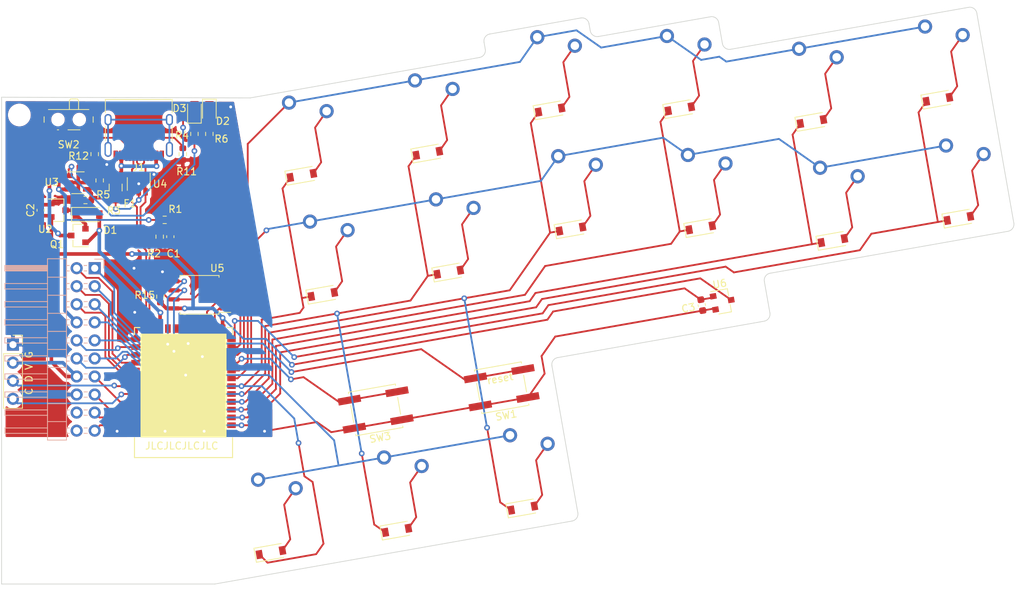
<source format=kicad_pcb>
(kicad_pcb (version 20171130) (host pcbnew 5.1.10)
  (layers (0 F.Cu signal) (31 B.Cu signal) (34 B.Paste user hide) (35 F.Paste user hide) (36 B.SilkS user) (37 F.SilkS user) (38 B.Mask user) (39 F.Mask user) (44 Edge.Cuts user))
  (net 0 "")
  (net 1 GND)
  (net 2 BAT)
  (net 3 BAT_MEAS)
  (net 4 VBUS)
  (net 5 "Net-(D1-Pad1)")
  (net 6 BLUE)
  (net 7 "Net-(D3-Pad1)")
  (net 8 VCC)
  (net 9 "Net-(J1-PadB8)")
  (net 10 "Net-(J1-PadA5)")
  (net 11 D-)
  (net 12 D+)
  (net 13 "Net-(J1-PadA8)")
  (net 14 "Net-(J1-PadB5)")
  (net 15 "Net-(J1-PadS1)")
  (net 16 SWC)
  (net 17 SWD)
  (net 18 VDD)
  (net 19 LCD_EIN)
  (net 20 LCD_EMD)
  (net 21 LCD_CS)
  (net 22 MOSI_DQ0)
  (net 23 SCLK)
  (net 24 "Net-(R4-Pad1)")
  (net 25 "Net-(R5-Pad1)")
  (net 26 "Net-(R15-Pad2)")
  (net 27 RST)
  (net 28 MISO_DQ1)
  (net 29 FLASH_CS)
  (net 30 COL1)
  (net 31 ROW1)
  (net 32 COL2)
  (net 33 COL3)
  (net 34 COL4)
  (net 35 COL5)
  (net 36 COL6)
  (net 37 ROW2)
  (net 38 ROW3)
  (net 39 ROW4)
  (net 40 ROW5)
  (net 41 LCD_DISP)
  (net 42 BTN)
  (net 43 "Net-(U1-Pad49)")
  (net 44 "Net-(D2-Pad2)")
  (net 45 "Net-(K1-Pad3)")
  (net 46 "Net-(K2-Pad3)")
  (net 47 "Net-(K3-Pad3)")
  (net 48 "Net-(K4-Pad3)")
  (net 49 "Net-(K5-Pad3)")
  (net 50 "Net-(K6-Pad3)")
  (net 51 "Net-(K7-Pad3)")
  (net 52 "Net-(K8-Pad3)")
  (net 53 "Net-(K9-Pad3)")
  (net 54 "Net-(K10-Pad3)")
  (net 55 "Net-(K11-Pad3)")
  (net 56 "Net-(K12-Pad3)")
  (net 57 "Net-(K13-Pad3)")
  (net 58 "Net-(K14-Pad3)")
  (net 59 "Net-(K15-Pad3)")
  (net 60 "Net-(U1-Pad52)")
  (net 61 "Net-(J2-Pad20)")
  (net 62 "Net-(J2-Pad18)")
  (net 63 "Net-(U1-Pad50)")
  (net 64 "Net-(U1-Pad51)")
  (net 65 MAGNET)
  (net 66 MCU_BAT)
  (net 67 "Net-(SW2-Pad3)")
  (module LED_SMD:LED_0805_2012Metric (layer F.Cu) (at 140.029557 44.221629 270)
    (fp_text reference D2 (at 1.4 -1.9 180) (layer F.SilkS))
    (fp_text value BLUE)
    (pad 1 smd roundrect (at -0.9375 0 270) (size 0.975 1.4) (layers F.Cu F.Paste F.Mask) (net 1 GND))
    (pad 2 smd roundrect (at 0.9375 0 270) (size 0.975 1.4) (layers F.Cu F.Paste F.Mask) (net 44 "Net-(D2-Pad2)"))
  )
  (module LED_SMD:LED_0805_2012Metric (layer F.Cu) (at 137.929557 44.221629 90)
    (fp_text reference D3 (at 0.4 -2.1) (layer F.SilkS))
    (fp_text value RED)
    (pad 1 smd roundrect (at -0.9375 0 90) (size 0.975 1.4) (layers F.Cu F.Paste F.Mask) (net 7 "Net-(D3-Pad1)"))
    (pad 2 smd roundrect (at 0.9375 0 90) (size 0.975 1.4) (layers F.Cu F.Paste F.Mask) (net 4 VBUS))
  )
  (module Connector_PinSocket_2.54mm:PinSocket_1x04_P2.54mm_Vertical (layer F.Cu) (at 112.393839 77.075843)
    (fp_text reference J4 hide)
    (fp_text value Conn_01x04_Female)
    (pad 1 thru_hole rect (at 0 0) (size 1.7 1.7) (drill 1) (layers *.Cu *.Mask) (net 1 GND))
    (pad 2 thru_hole oval (at 0 2.54) (size 1.7 1.7) (drill 1) (layers *.Cu *.Mask) (net 18 VDD))
    (pad 3 thru_hole oval (at 0 5.08) (size 1.7 1.7) (drill 1) (layers *.Cu *.Mask) (net 17 SWD))
    (pad 4 thru_hole oval (at 0 7.62) (size 1.7 1.7) (drill 1) (layers *.Cu *.Mask) (net 16 SWC))
  )
  (module Resistor_SMD:R_0603_1608Metric (layer F.Cu) (at 140.029557 47.421629 90)
    (fp_text reference R6 (at -0.7 1.7) (layer F.SilkS))
    (fp_text value 1k)
    (pad 1 smd roundrect (at -0.825 0 90) (size 0.8 0.95) (layers F.Cu F.Paste F.Mask) (net 6 BLUE))
    (pad 2 smd roundrect (at 0.825 0 90) (size 0.8 0.95) (layers F.Cu F.Paste F.Mask) (net 44 "Net-(D2-Pad2)"))
  )
  (module Resistor_SMD:R_0603_1608Metric (layer F.Cu) (at 133.143841 70.315122 90)
    (fp_text reference R15 (at 0.2 -2.2 180) (layer F.SilkS))
    (fp_text value 10k)
    (pad 1 smd roundrect (at -0.825 0 90) (size 0.8 0.95) (layers F.Cu F.Paste F.Mask) (net 18 VDD))
    (pad 2 smd roundrect (at 0.825 0 90) (size 0.8 0.95) (layers F.Cu F.Paste F.Mask) (net 26 "Net-(R15-Pad2)"))
  )
  (module Button_Switch_SMD:SW_SPST_EVQQ2 (layer F.Cu) (at 181.159698 83.129032 190)
    (fp_text reference SW1 (at 0.05 -3.95 10) (layer F.SilkS))
    (fp_text value SW_Push)
    (pad 1 smd rect (at -3.4 -2 190) (size 3.2 1) (layers F.Cu F.Paste F.Mask) (net 1 GND))
    (pad 1 smd rect (at 3.4 -2 190) (size 3.2 1) (layers F.Cu F.Paste F.Mask) (net 1 GND))
    (pad 2 smd rect (at -3.4 2 190) (size 3.2 1) (layers F.Cu F.Paste F.Mask) (net 27 RST))
    (pad 2 smd rect (at 3.4 2 190) (size 3.2 1) (layers F.Cu F.Paste F.Mask) (net 27 RST))
  )
  (module misc:Holyiot_18010_no_underside (layer F.Cu) (at 136.393838 83.815122 180)
    (fp_text reference U1 hide)
    (fp_text value Holyiot_18010_no_underside)
    (pad 1 smd rect (at -6.75 -5.7 180) (size 1.2 0.8) (layers F.Cu F.Paste F.Mask) (net 1 GND))
    (pad 2 smd rect (at -6.75 -4.6 180) (size 1.2 0.8) (layers F.Cu F.Paste F.Mask) (net 30 COL1))
    (pad 3 smd rect (at -6.75 -3.5 180) (size 1.2 0.8) (layers F.Cu F.Paste F.Mask) (net 32 COL2))
    (pad 4 smd rect (at -6.75 -2.4 180) (size 1.2 0.8) (layers F.Cu F.Paste F.Mask) (net 33 COL3))
    (pad 5 smd rect (at -6.75 -1.3 180) (size 1.2 0.85) (layers F.Cu F.Paste F.Mask) (net 34 COL4))
    (pad 6 smd rect (at -6.75 -0.2 180) (size 1.2 0.8) (layers F.Cu F.Paste F.Mask) (net 35 COL5))
    (pad 7 smd rect (at -6.75 0.9 180) (size 1.2 0.8) (layers F.Cu F.Paste F.Mask) (net 36 COL6))
    (pad 8 smd rect (at -6.75 2 180) (size 1.2 0.8) (layers F.Cu F.Paste F.Mask) (net 40 ROW5))
    (pad 9 smd rect (at -6.75 3.1 180) (size 1.2 0.8) (layers F.Cu F.Paste F.Mask) (net 39 ROW4))
    (pad 10 smd rect (at -6.75 4.2 180) (size 1.2 0.8) (layers F.Cu F.Paste F.Mask) (net 42 BTN))
    (pad 11 smd rect (at -6.75 5.3 180) (size 1.2 0.8) (layers F.Cu F.Paste F.Mask) (net 6 BLUE))
    (pad 12 smd rect (at -6.75 6.4 180) (size 1.2 0.8) (layers F.Cu F.Paste F.Mask) (net 3 BAT_MEAS))
    (pad 13 smd rect (at -6.75 7.5 180) (size 1.2 0.8) (layers F.Cu F.Paste F.Mask) (net 65 MAGNET))
    (pad 32 smd rect (at 6.75 -5.7 180) (size 1.2 0.8) (layers F.Cu F.Paste F.Mask) (net 1 GND))
    (pad 33 smd rect (at 6.75 -4.6 180) (size 1.2 0.8) (layers F.Cu F.Paste F.Mask) (net 21 LCD_CS))
    (pad 34 smd rect (at 6.75 -3.5 180) (size 1.2 0.8) (layers F.Cu F.Paste F.Mask) (net 20 LCD_EMD))
    (pad 35 smd rect (at 6.75 -2.4 180) (size 1.2 0.8) (layers F.Cu F.Paste F.Mask) (net 41 LCD_DISP))
    (pad 36 smd rect (at 6.75 -1.3 180) (size 1.2 0.8) (layers F.Cu F.Paste F.Mask) (net 19 LCD_EIN))
    (pad 37 smd rect (at 6.75 -0.2 180) (size 1.2 0.8) (layers F.Cu F.Paste F.Mask) (net 16 SWC))
    (pad 38 smd rect (at 6.75 0.9 180) (size 1.2 0.8) (layers F.Cu F.Paste F.Mask) (net 17 SWD))
    (pad 39 smd rect (at 6.75 2 180) (size 1.2 0.8) (layers F.Cu F.Paste F.Mask) (net 38 ROW3))
    (pad 40 smd rect (at 6.75 3.1 180) (size 1.2 0.8) (layers F.Cu F.Paste F.Mask) (net 37 ROW2))
    (pad 41 smd rect (at 6.75 4.2 180) (size 1.2 0.8) (layers F.Cu F.Paste F.Mask) (net 31 ROW1))
    (pad 42 smd rect (at 6.75 5.3 180) (size 1.2 0.8) (layers F.Cu F.Paste F.Mask) (net 23 SCLK))
    (pad 43 smd rect (at 6.75 6.4 180) (size 1.2 0.8) (layers F.Cu F.Paste F.Mask) (net 22 MOSI_DQ0))
    (pad 44 smd rect (at 6.75 7.5 180) (size 1.2 0.8) (layers F.Cu F.Paste F.Mask) (net 1 GND))
    (pad 45 smd rect (at 5.5 9 270) (size 1.2 0.8) (layers F.Cu F.Paste F.Mask) (net 12 D+))
    (pad 46 smd rect (at 4.4 9 270) (size 1.2 0.8) (layers F.Cu F.Paste F.Mask) (net 11 D-))
    (pad 47 smd rect (at 3.3 9 270) (size 1.2 0.8) (layers F.Cu F.Paste F.Mask) (net 4 VBUS))
    (pad 48 smd rect (at 2.2 9 270) (size 1.2 0.8) (layers F.Cu F.Paste F.Mask) (net 27 RST))
    (pad 49 smd rect (at 1.1 9 270) (size 1.2 0.8) (layers F.Cu F.Paste F.Mask) (net 43 "Net-(U1-Pad49)"))
    (pad 50 smd rect (at 0 9 270) (size 1.2 0.8) (layers F.Cu F.Paste F.Mask) (net 63 "Net-(U1-Pad50)"))
    (pad 51 smd rect (at -1.1 9 270) (size 1.2 0.8) (layers F.Cu F.Paste F.Mask) (net 64 "Net-(U1-Pad51)"))
    (pad 52 smd rect (at -2.2 9 270) (size 1.2 0.8) (layers F.Cu F.Paste F.Mask) (net 60 "Net-(U1-Pad52)"))
    (pad 53 smd rect (at -3.3 9 270) (size 1.2 0.8) (layers F.Cu F.Paste F.Mask) (net 28 MISO_DQ1))
    (pad 54 smd rect (at -4.4 9 270) (size 1.2 0.8) (layers F.Cu F.Paste F.Mask) (net 29 FLASH_CS))
    (pad 55 smd rect (at -5.5 9 270) (size 1.2 0.8) (layers F.Cu F.Paste F.Mask) (net 18 VDD))
  )
  (module Package_SO:SOP-8_5.28x5.23mm_P1.27mm (layer F.Cu) (at 138.643838 70.065121 180)
    (fp_text reference U5 (at -2.499999 3.75) (layer F.SilkS))
    (fp_text value MT25QL128ABA1ESE)
    (pad 1 smd roundrect (at -3.6 -1.905 180) (size 1.6 0.6) (layers F.Cu F.Paste F.Mask) (net 29 FLASH_CS))
    (pad 2 smd roundrect (at -3.6 -0.635 180) (size 1.6 0.6) (layers F.Cu F.Paste F.Mask) (net 28 MISO_DQ1))
    (pad 3 smd roundrect (at -3.6 0.635 180) (size 1.6 0.6) (layers F.Cu F.Paste F.Mask) (net 26 "Net-(R15-Pad2)"))
    (pad 4 smd roundrect (at -3.6 1.905 180) (size 1.6 0.6) (layers F.Cu F.Paste F.Mask) (net 1 GND))
    (pad 5 smd roundrect (at 3.6 1.905 180) (size 1.6 0.6) (layers F.Cu F.Paste F.Mask) (net 22 MOSI_DQ0))
    (pad 6 smd roundrect (at 3.6 0.635 180) (size 1.6 0.6) (layers F.Cu F.Paste F.Mask) (net 23 SCLK))
    (pad 7 smd roundrect (at 3.6 -0.635 180) (size 1.6 0.6) (layers F.Cu F.Paste F.Mask) (net 26 "Net-(R15-Pad2)"))
    (pad 8 smd roundrect (at 3.6 -1.905 180) (size 1.6 0.6) (layers F.Cu F.Paste F.Mask) (net 18 VDD))
  )
  (module Resistor_SMD:R_0603_1608Metric (layer F.Cu) (at 137.929557 47.421629 90)
    (fp_text reference R4 (at -0.2 -1.750001 180) (layer F.SilkS))
    (fp_text value 1k)
    (pad 1 smd roundrect (at -0.825 0 90) (size 0.8 0.95) (layers F.Cu F.Paste F.Mask) (net 24 "Net-(R4-Pad1)"))
    (pad 2 smd roundrect (at 0.825 0 90) (size 0.8 0.95) (layers F.Cu F.Paste F.Mask) (net 7 "Net-(D3-Pad1)"))
  )
  (module Resistor_SMD:R_0603_1608Metric (layer F.Cu) (at 122.593839 56.71512 180)
    (fp_text reference R3 (at -4 -1.5) (layer F.SilkS))
    (fp_text value 100k)
    (pad 1 smd roundrect (at -0.825 0 180) (size 0.8 0.95) (layers F.Cu F.Paste F.Mask) (net 4 VBUS))
    (pad 2 smd roundrect (at 0.825 0 180) (size 0.8 0.95) (layers F.Cu F.Paste F.Mask) (net 1 GND))
  )
  (module Package_TO_SOT_SMD:SOT-23 (layer F.Cu) (at 118.795391 58.157209)
    (fp_text reference U2 (at -1.865834 2.664419) (layer F.SilkS))
    (fp_text value MCP1700-3302E_SOT23)
    (pad 1 smd rect (at -1 -0.95) (size 0.9 0.8) (layers F.Cu F.Paste F.Mask) (net 1 GND))
    (pad 2 smd rect (at -1 0.95) (size 0.9 0.8) (layers F.Cu F.Paste F.Mask) (net 18 VDD))
    (pad 3 smd rect (at 1 0) (size 0.9 0.8) (layers F.Cu F.Paste F.Mask) (net 5 "Net-(D1-Pad1)"))
  )
  (module Capacitor_SMD:C_0603_1608Metric (layer F.Cu) (at 134.536503 61.881128 270)
    (fp_text reference C1 (at 2.383992 -0.457336 180) (layer F.SilkS))
    (fp_text value 10nF)
    (pad 1 smd roundrect (at -0.775 0 270) (size 0.9 0.95) (layers F.Cu F.Paste F.Mask) (net 3 BAT_MEAS))
    (pad 2 smd roundrect (at 0.775 0 270) (size 0.9 0.95) (layers F.Cu F.Paste F.Mask) (net 1 GND))
  )
  (module Diode_SMD:D_SOD-123 (layer F.Cu) (at 122.89384 58.765122)
    (fp_text reference D1 (at 3.2 2.200001) (layer F.SilkS))
    (fp_text value 1N5819)
    (pad 1 smd rect (at -1.65 0) (size 0.9 1.2) (layers F.Cu F.Paste F.Mask) (net 5 "Net-(D1-Pad1)"))
    (pad 2 smd rect (at 1.65 0) (size 0.9 1.2) (layers F.Cu F.Paste F.Mask) (net 4 VBUS))
  )
  (module Package_TO_SOT_SMD:SOT-23 (layer F.Cu) (at 121.59384 61.715119 180)
    (fp_text reference Q1 (at 3 -1.25) (layer F.SilkS))
    (fp_text value AO3401A)
    (pad 1 smd rect (at -1 -0.95 180) (size 0.9 0.8) (layers F.Cu F.Paste F.Mask) (net 4 VBUS))
    (pad 2 smd rect (at -1 0.95 180) (size 0.9 0.8) (layers F.Cu F.Paste F.Mask) (net 5 "Net-(D1-Pad1)"))
    (pad 3 smd rect (at 1 0 180) (size 0.9 0.8) (layers F.Cu F.Paste F.Mask) (net 66 MCU_BAT))
  )
  (module Resistor_SMD:R_0603_1608Metric (layer F.Cu) (at 133.743838 59.515121)
    (fp_text reference R1 (at 1.499999 -1.5) (layer F.SilkS))
    (fp_text value 2M)
    (pad 1 smd roundrect (at -0.825 0) (size 0.8 0.95) (layers F.Cu F.Paste F.Mask) (net 2 BAT))
    (pad 2 smd roundrect (at 0.825 0) (size 0.8 0.95) (layers F.Cu F.Paste F.Mask) (net 3 BAT_MEAS))
  )
  (module Resistor_SMD:R_0603_1608Metric (layer F.Cu) (at 133.036504 61.881127 270)
    (fp_text reference R2 (at 2.383992 0.792664 180) (layer F.SilkS))
    (fp_text value 2M)
    (pad 1 smd roundrect (at -0.825 0 270) (size 0.8 0.95) (layers F.Cu F.Paste F.Mask) (net 3 BAT_MEAS))
    (pad 2 smd roundrect (at 0.825 0 270) (size 0.8 0.95) (layers F.Cu F.Paste F.Mask) (net 1 GND))
  )
  (module Button_Switch_SMD:SW_SPST_EVQQ2 (layer F.Cu) (at 163.433158 86.2547 190)
    (fp_text reference SW3 (at 0.05 -3.95 10) (layer F.SilkS))
    (fp_text value SW_Push)
    (pad 1 smd rect (at -3.4 -2 190) (size 3.2 1) (layers F.Cu F.Paste F.Mask) (net 1 GND))
    (pad 1 smd rect (at 3.4 -2 190) (size 3.2 1) (layers F.Cu F.Paste F.Mask) (net 1 GND))
    (pad 2 smd rect (at -3.4 2 190) (size 3.2 1) (layers F.Cu F.Paste F.Mask) (net 42 BTN))
    (pad 2 smd rect (at 3.4 2 190) (size 3.2 1) (layers F.Cu F.Paste F.Mask) (net 42 BTN))
  )
  (module pg1350:PG1350 (layer F.Cu) (at 153.04539 53.257212 10)
    (fp_text reference K1)
    (fp_text value 1N4148W hide)
    (pad "" np_thru_hole circle (at 5.5 -4.5 10) (size 1.7 1.7) (drill 1.7) (layers *.Cu *.Mask))
    (pad "" np_thru_hole circle (at -5.5 -4.5 10) (size 1.7 1.7) (drill 1.7) (layers *.Cu *.Mask))
    (pad "" np_thru_hole circle (at 0 -4.5 10) (size 3.4 3.4) (drill 3.4) (layers *.Cu *.Mask))
    (pad 1 thru_hole circle (at 0 -10.4 10) (size 2 2) (drill 1.2) (layers *.Cu B.Mask) (net 39 ROW4))
    (pad 2 smd rect (at -1.65 0 10) (size 0.9 1.2) (layers F.Cu F.Paste F.Mask) (net 36 COL6))
    (pad 3 smd rect (at 1.65 0 10) (size 0.9 1.2) (layers F.Cu F.Paste F.Mask) (net 45 "Net-(K1-Pad3)"))
    (pad 3 thru_hole circle (at 5 -8.3 231.9) (size 2 2) (drill 1.2) (layers *.Cu B.Mask) (net 45 "Net-(K1-Pad3)"))
    (pad 3 smd custom (at 5 -8.3 10) (size 0.254 0.254) (layers F.Cu) (net 45 "Net-(K1-Pad3)") (options (clearance outline) (anchor circle)) (primitives (gr_line (start -2 2) (end -2 6.95) (width 0.254)) (gr_line (start -2 2) (end 0 0) (width 0.254)) (gr_line (start -2 6.95) (end -3.35 8.3) (width 0.254))))
  )
  (module pg1350:PG1350 (layer F.Cu) (at 170.771931 50.131545 10)
    (fp_text reference K2)
    (fp_text value 1N4148W hide)
    (pad "" np_thru_hole circle (at 5.5 -4.5 10) (size 1.7 1.7) (drill 1.7) (layers *.Cu *.Mask))
    (pad "" np_thru_hole circle (at 0 -4.5 10) (size 3.4 3.4) (drill 3.4) (layers *.Cu *.Mask))
    (pad "" np_thru_hole circle (at -5.5 -4.5 10) (size 1.7 1.7) (drill 1.7) (layers *.Cu *.Mask))
    (pad 1 thru_hole circle (at 0 -10.4 10) (size 2 2) (drill 1.2) (layers *.Cu B.Mask) (net 39 ROW4))
    (pad 2 smd rect (at -1.65 0 10) (size 0.9 1.2) (layers F.Cu F.Paste F.Mask) (net 35 COL5))
    (pad 3 smd rect (at 1.65 0 10) (size 0.9 1.2) (layers F.Cu F.Paste F.Mask) (net 46 "Net-(K2-Pad3)"))
    (pad 3 smd custom (at 5 -8.3 10) (size 0.254 0.254) (layers F.Cu) (net 46 "Net-(K2-Pad3)") (options (clearance outline) (anchor circle)) (primitives (gr_line (start -2 2) (end -2 6.95) (width 0.254)) (gr_line (start -2 2) (end 0 0) (width 0.254)) (gr_line (start -2 6.95) (end -3.35 8.3) (width 0.254))))
    (pad 3 thru_hole circle (at 5 -8.3 231.9) (size 2 2) (drill 1.2) (layers *.Cu B.Mask) (net 46 "Net-(K2-Pad3)"))
  )
  (module pg1350:PG1350 (layer F.Cu) (at 187.977526 44.051452 10)
    (fp_text reference K3)
    (fp_text value 1N4148W hide)
    (pad "" np_thru_hole circle (at 0 -4.5 10) (size 3.4 3.4) (drill 3.4) (layers *.Cu *.Mask))
    (pad "" np_thru_hole circle (at -5.5 -4.5 10) (size 1.7 1.7) (drill 1.7) (layers *.Cu *.Mask))
    (pad "" np_thru_hole circle (at 5.5 -4.5 10) (size 1.7 1.7) (drill 1.7) (layers *.Cu *.Mask))
    (pad 1 thru_hole circle (at 0 -10.4 10) (size 2 2) (drill 1.2) (layers *.Cu B.Mask) (net 39 ROW4))
    (pad 2 smd rect (at -1.65 0 10) (size 0.9 1.2) (layers F.Cu F.Paste F.Mask) (net 34 COL4))
    (pad 3 smd rect (at 1.65 0 10) (size 0.9 1.2) (layers F.Cu F.Paste F.Mask) (net 47 "Net-(K3-Pad3)"))
    (pad 3 smd custom (at 5 -8.3 10) (size 0.254 0.254) (layers F.Cu) (net 47 "Net-(K3-Pad3)") (options (clearance outline) (anchor circle)) (primitives (gr_line (start -2 2) (end -2 6.95) (width 0.254)) (gr_line (start -2 2) (end 0 0) (width 0.254)) (gr_line (start -2 6.95) (end -3.35 8.3) (width 0.254))))
    (pad 3 thru_hole circle (at 5 -8.3 231.9) (size 2 2) (drill 1.2) (layers *.Cu B.Mask) (net 47 "Net-(K3-Pad3)"))
  )
  (module pg1350:PG1350 (layer F.Cu) (at 206.22501 43.880209 10)
    (fp_text reference K4)
    (fp_text value 1N4148W hide)
    (pad "" np_thru_hole circle (at -5.5 -4.5 10) (size 1.7 1.7) (drill 1.7) (layers *.Cu *.Mask))
    (pad "" np_thru_hole circle (at 5.5 -4.5 10) (size 1.7 1.7) (drill 1.7) (layers *.Cu *.Mask))
    (pad "" np_thru_hole circle (at 0 -4.5 10) (size 3.4 3.4) (drill 3.4) (layers *.Cu *.Mask))
    (pad 1 thru_hole circle (at 0 -10.4 10) (size 2 2) (drill 1.2) (layers *.Cu B.Mask) (net 39 ROW4))
    (pad 2 smd rect (at -1.65 0 10) (size 0.9 1.2) (layers F.Cu F.Paste F.Mask) (net 33 COL3))
    (pad 3 thru_hole circle (at 5 -8.3 231.9) (size 2 2) (drill 1.2) (layers *.Cu B.Mask) (net 48 "Net-(K4-Pad3)"))
    (pad 3 smd custom (at 5 -8.3 10) (size 0.254 0.254) (layers F.Cu) (net 48 "Net-(K4-Pad3)") (options (clearance outline) (anchor circle)) (primitives (gr_line (start -2 2) (end -2 6.95) (width 0.254)) (gr_line (start -2 2) (end 0 0) (width 0.254)) (gr_line (start -2 6.95) (end -3.35 8.3) (width 0.254))))
    (pad 3 smd rect (at 1.65 0 10) (size 0.9 1.2) (layers F.Cu F.Paste F.Mask) (net 48 "Net-(K4-Pad3)"))
  )
  (module pg1350:PG1350 (layer F.Cu) (at 224.81979 45.678581 10)
    (fp_text reference K5)
    (fp_text value 1N4148W hide)
    (pad "" np_thru_hole circle (at -5.5 -4.5 10) (size 1.7 1.7) (drill 1.7) (layers *.Cu *.Mask))
    (pad "" np_thru_hole circle (at 0 -4.5 10) (size 3.4 3.4) (drill 3.4) (layers *.Cu *.Mask))
    (pad "" np_thru_hole circle (at 5.5 -4.5 10) (size 1.7 1.7) (drill 1.7) (layers *.Cu *.Mask))
    (pad 1 thru_hole circle (at 0 -10.4 10) (size 2 2) (drill 1.2) (layers *.Cu B.Mask) (net 39 ROW4))
    (pad 2 smd rect (at -1.65 0 10) (size 0.9 1.2) (layers F.Cu F.Paste F.Mask) (net 32 COL2))
    (pad 3 smd rect (at 1.65 0 10) (size 0.9 1.2) (layers F.Cu F.Paste F.Mask) (net 49 "Net-(K5-Pad3)"))
    (pad 3 smd custom (at 5 -8.3 10) (size 0.254 0.254) (layers F.Cu) (net 49 "Net-(K5-Pad3)") (options (clearance outline) (anchor circle)) (primitives (gr_line (start -2 2) (end -2 6.95) (width 0.254)) (gr_line (start -2 2) (end 0 0) (width 0.254)) (gr_line (start -2 6.95) (end -3.35 8.3) (width 0.254))))
    (pad 3 thru_hole circle (at 5 -8.3 231.9) (size 2 2) (drill 1.2) (layers *.Cu B.Mask) (net 49 "Net-(K5-Pad3)"))
  )
  (module pg1350:PG1350 (layer F.Cu) (at 242.546331 42.552912 10)
    (fp_text reference K6)
    (fp_text value 1N4148W hide)
    (pad "" np_thru_hole circle (at -5.5 -4.5 10) (size 1.7 1.7) (drill 1.7) (layers *.Cu *.Mask))
    (pad "" np_thru_hole circle (at 0 -4.5 10) (size 3.4 3.4) (drill 3.4) (layers *.Cu *.Mask))
    (pad "" np_thru_hole circle (at 5.5 -4.5 10) (size 1.7 1.7) (drill 1.7) (layers *.Cu *.Mask))
    (pad 1 thru_hole circle (at 0 -10.4 10) (size 2 2) (drill 1.2) (layers *.Cu B.Mask) (net 39 ROW4))
    (pad 2 smd rect (at -1.65 0 10) (size 0.9 1.2) (layers F.Cu F.Paste F.Mask) (net 30 COL1))
    (pad 3 smd rect (at 1.65 0 10) (size 0.9 1.2) (layers F.Cu F.Paste F.Mask) (net 50 "Net-(K6-Pad3)"))
    (pad 3 smd custom (at 5 -8.3 10) (size 0.254 0.254) (layers F.Cu) (net 50 "Net-(K6-Pad3)") (options (clearance outline) (anchor circle)) (primitives (gr_line (start -2 2) (end -2 6.95) (width 0.254)) (gr_line (start -2 2) (end 0 0) (width 0.254)) (gr_line (start -2 6.95) (end -3.35 8.3) (width 0.254))))
    (pad 3 thru_hole circle (at 5 -8.3 231.9) (size 2 2) (drill 1.2) (layers *.Cu B.Mask) (net 50 "Net-(K6-Pad3)"))
  )
  (module pg1350:PG1350 (layer F.Cu) (at 155.997412 69.998941 10)
    (fp_text reference K7)
    (fp_text value 1N4148W hide)
    (pad "" np_thru_hole circle (at 0 -4.5 10) (size 3.4 3.4) (drill 3.4) (layers *.Cu *.Mask))
    (pad "" np_thru_hole circle (at -5.5 -4.5 10) (size 1.7 1.7) (drill 1.7) (layers *.Cu *.Mask))
    (pad "" np_thru_hole circle (at 5.5 -4.5 10) (size 1.7 1.7) (drill 1.7) (layers *.Cu *.Mask))
    (pad 1 thru_hole circle (at 0 -10.4 10) (size 2 2) (drill 1.2) (layers *.Cu B.Mask) (net 40 ROW5))
    (pad 2 smd rect (at -1.65 0 10) (size 0.9 1.2) (layers F.Cu F.Paste F.Mask) (net 36 COL6))
    (pad 3 smd rect (at 1.65 0 10) (size 0.9 1.2) (layers F.Cu F.Paste F.Mask) (net 51 "Net-(K7-Pad3)"))
    (pad 3 thru_hole circle (at 5 -8.3 231.9) (size 2 2) (drill 1.2) (layers *.Cu B.Mask) (net 51 "Net-(K7-Pad3)"))
    (pad 3 smd custom (at 5 -8.3 10) (size 0.254 0.254) (layers F.Cu) (net 51 "Net-(K7-Pad3)") (options (clearance outline) (anchor circle)) (primitives (gr_line (start -2 2) (end -2 6.95) (width 0.254)) (gr_line (start -2 2) (end 0 0) (width 0.254)) (gr_line (start -2 6.95) (end -3.35 8.3) (width 0.254))))
  )
  (module pg1350:PG1350 (layer F.Cu) (at 173.72395 66.873273 10)
    (fp_text reference K8)
    (fp_text value 1N4148W hide)
    (pad "" np_thru_hole circle (at -5.5 -4.5 10) (size 1.7 1.7) (drill 1.7) (layers *.Cu *.Mask))
    (pad "" np_thru_hole circle (at 5.5 -4.5 10) (size 1.7 1.7) (drill 1.7) (layers *.Cu *.Mask))
    (pad "" np_thru_hole circle (at 0 -4.5 10) (size 3.4 3.4) (drill 3.4) (layers *.Cu *.Mask))
    (pad 1 thru_hole circle (at 0 -10.4 10) (size 2 2) (drill 1.2) (layers *.Cu B.Mask) (net 40 ROW5))
    (pad 2 smd rect (at -1.65 0 10) (size 0.9 1.2) (layers F.Cu F.Paste F.Mask) (net 35 COL5))
    (pad 3 smd custom (at 5 -8.3 10) (size 0.254 0.254) (layers F.Cu) (net 52 "Net-(K8-Pad3)") (options (clearance outline) (anchor circle)) (primitives (gr_line (start -2 2) (end -2 6.95) (width 0.254)) (gr_line (start -2 2) (end 0 0) (width 0.254)) (gr_line (start -2 6.95) (end -3.35 8.3) (width 0.254))))
    (pad 3 smd rect (at 1.65 0 10) (size 0.9 1.2) (layers F.Cu F.Paste F.Mask) (net 52 "Net-(K8-Pad3)"))
    (pad 3 thru_hole circle (at 5 -8.3 231.9) (size 2 2) (drill 1.2) (layers *.Cu B.Mask) (net 52 "Net-(K8-Pad3)"))
  )
  (module pg1350:PG1350 (layer F.Cu) (at 190.929546 60.793186 10)
    (fp_text reference K9)
    (fp_text value 1N4148W hide)
    (pad "" np_thru_hole circle (at 0 -4.5 10) (size 3.4 3.4) (drill 3.4) (layers *.Cu *.Mask))
    (pad "" np_thru_hole circle (at 5.5 -4.5 10) (size 1.7 1.7) (drill 1.7) (layers *.Cu *.Mask))
    (pad "" np_thru_hole circle (at -5.5 -4.5 10) (size 1.7 1.7) (drill 1.7) (layers *.Cu *.Mask))
    (pad 1 thru_hole circle (at 0 -10.4 10) (size 2 2) (drill 1.2) (layers *.Cu B.Mask) (net 40 ROW5))
    (pad 2 smd rect (at -1.65 0 10) (size 0.9 1.2) (layers F.Cu F.Paste F.Mask) (net 34 COL4))
    (pad 3 smd custom (at 5 -8.3 10) (size 0.254 0.254) (layers F.Cu) (net 53 "Net-(K9-Pad3)") (options (clearance outline) (anchor circle)) (primitives (gr_line (start -2 2) (end -2 6.95) (width 0.254)) (gr_line (start -2 2) (end 0 0) (width 0.254)) (gr_line (start -2 6.95) (end -3.35 8.3) (width 0.254))))
    (pad 3 thru_hole circle (at 5 -8.3 231.9) (size 2 2) (drill 1.2) (layers *.Cu B.Mask) (net 53 "Net-(K9-Pad3)"))
    (pad 3 smd rect (at 1.65 0 10) (size 0.9 1.2) (layers F.Cu F.Paste F.Mask) (net 53 "Net-(K9-Pad3)"))
  )
  (module pg1350:PG1350 (layer F.Cu) (at 209.17703 60.621942 10)
    (fp_text reference K10)
    (fp_text value 1N4148W hide)
    (pad "" np_thru_hole circle (at 0 -4.5 10) (size 3.4 3.4) (drill 3.4) (layers *.Cu *.Mask))
    (pad "" np_thru_hole circle (at -5.5 -4.5 10) (size 1.7 1.7) (drill 1.7) (layers *.Cu *.Mask))
    (pad "" np_thru_hole circle (at 5.5 -4.5 10) (size 1.7 1.7) (drill 1.7) (layers *.Cu *.Mask))
    (pad 1 thru_hole circle (at 0 -10.4 10) (size 2 2) (drill 1.2) (layers *.Cu B.Mask) (net 40 ROW5))
    (pad 2 smd rect (at -1.65 0 10) (size 0.9 1.2) (layers F.Cu F.Paste F.Mask) (net 33 COL3))
    (pad 3 smd custom (at 5 -8.3 10) (size 0.254 0.254) (layers F.Cu) (net 54 "Net-(K10-Pad3)") (options (clearance outline) (anchor circle)) (primitives (gr_line (start -2 2) (end -2 6.95) (width 0.254)) (gr_line (start -2 2) (end 0 0) (width 0.254)) (gr_line (start -2 6.95) (end -3.35 8.3) (width 0.254))))
    (pad 3 smd rect (at 1.65 0 10) (size 0.9 1.2) (layers F.Cu F.Paste F.Mask) (net 54 "Net-(K10-Pad3)"))
    (pad 3 thru_hole circle (at 5 -8.3 231.9) (size 2 2) (drill 1.2) (layers *.Cu B.Mask) (net 54 "Net-(K10-Pad3)"))
  )
  (module pg1350:PG1350 (layer F.Cu) (at 227.77181 62.42031 10)
    (fp_text reference K11)
    (fp_text value 1N4148W hide)
    (pad "" np_thru_hole circle (at 5.5 -4.5 10) (size 1.7 1.7) (drill 1.7) (layers *.Cu *.Mask))
    (pad "" np_thru_hole circle (at -5.5 -4.5 10) (size 1.7 1.7) (drill 1.7) (layers *.Cu *.Mask))
    (pad "" np_thru_hole circle (at 0 -4.5 10) (size 3.4 3.4) (drill 3.4) (layers *.Cu *.Mask))
    (pad 1 thru_hole circle (at 0 -10.4 10) (size 2 2) (drill 1.2) (layers *.Cu B.Mask) (net 40 ROW5))
    (pad 2 smd rect (at -1.65 0 10) (size 0.9 1.2) (layers F.Cu F.Paste F.Mask) (net 32 COL2))
    (pad 3 thru_hole circle (at 5 -8.3 231.9) (size 2 2) (drill 1.2) (layers *.Cu B.Mask) (net 55 "Net-(K11-Pad3)"))
    (pad 3 smd custom (at 5 -8.3 10) (size 0.254 0.254) (layers F.Cu) (net 55 "Net-(K11-Pad3)") (options (clearance outline) (anchor circle)) (primitives (gr_line (start -2 2) (end -2 6.95) (width 0.254)) (gr_line (start -2 2) (end 0 0) (width 0.254)) (gr_line (start -2 6.95) (end -3.35 8.3) (width 0.254))))
    (pad 3 smd rect (at 1.65 0 10) (size 0.9 1.2) (layers F.Cu F.Paste F.Mask) (net 55 "Net-(K11-Pad3)"))
  )
  (module pg1350:PG1350 (layer F.Cu) (at 245.498349 59.294644 10)
    (fp_text reference K12)
    (fp_text value 1N4148W hide)
    (pad "" np_thru_hole circle (at 0 -4.5 10) (size 3.4 3.4) (drill 3.4) (layers *.Cu *.Mask))
    (pad "" np_thru_hole circle (at 5.5 -4.5 10) (size 1.7 1.7) (drill 1.7) (layers *.Cu *.Mask))
    (pad "" np_thru_hole circle (at -5.5 -4.5 10) (size 1.7 1.7) (drill 1.7) (layers *.Cu *.Mask))
    (pad 1 thru_hole circle (at 0 -10.4 10) (size 2 2) (drill 1.2) (layers *.Cu B.Mask) (net 40 ROW5))
    (pad 2 smd rect (at -1.65 0 10) (size 0.9 1.2) (layers F.Cu F.Paste F.Mask) (net 30 COL1))
    (pad 3 smd rect (at 1.65 0 10) (size 0.9 1.2) (layers F.Cu F.Paste F.Mask) (net 56 "Net-(K12-Pad3)"))
    (pad 3 thru_hole circle (at 5 -8.3 231.9) (size 2 2) (drill 1.2) (layers *.Cu B.Mask) (net 56 "Net-(K12-Pad3)"))
    (pad 3 smd custom (at 5 -8.3 10) (size 0.254 0.254) (layers F.Cu) (net 56 "Net-(K12-Pad3)") (options (clearance outline) (anchor circle)) (primitives (gr_line (start -2 2) (end -2 6.95) (width 0.254)) (gr_line (start -2 2) (end 0 0) (width 0.254)) (gr_line (start -2 6.95) (end -3.35 8.3) (width 0.254))))
  )
  (module pg1350:PG1350 (layer F.Cu) (at 148.693367 106.31906 10)
    (fp_text reference K13)
    (fp_text value 1N4148W hide)
    (pad "" np_thru_hole circle (at -5.5 -4.5 10) (size 1.7 1.7) (drill 1.7) (layers *.Cu *.Mask))
    (pad "" np_thru_hole circle (at 0 -4.5 10) (size 3.4 3.4) (drill 3.4) (layers *.Cu *.Mask))
    (pad "" np_thru_hole circle (at 5.5 -4.5 10) (size 1.7 1.7) (drill 1.7) (layers *.Cu *.Mask))
    (pad 1 thru_hole circle (at 0 -10.4 10) (size 2 2) (drill 1.2) (layers *.Cu B.Mask) (net 38 ROW3))
    (pad 2 smd rect (at -1.65 0 10) (size 0.9 1.2) (layers F.Cu F.Paste F.Mask) (net 36 COL6))
    (pad 3 thru_hole circle (at 5 -8.3 231.9) (size 2 2) (drill 1.2) (layers *.Cu B.Mask) (net 57 "Net-(K13-Pad3)"))
    (pad 3 smd custom (at 5 -8.3 10) (size 0.254 0.254) (layers F.Cu) (net 57 "Net-(K13-Pad3)") (options (clearance outline) (anchor circle)) (primitives (gr_line (start -2 2) (end -2 6.95) (width 0.254)) (gr_line (start -2 2) (end 0 0) (width 0.254)) (gr_line (start -2 6.95) (end -3.35 8.3) (width 0.254))))
    (pad 3 smd rect (at 1.65 0 10) (size 0.9 1.2) (layers F.Cu F.Paste F.Mask) (net 57 "Net-(K13-Pad3)"))
  )
  (module pg1350:PG1350 (layer F.Cu) (at 166.419907 103.193392 10)
    (fp_text reference K14)
    (fp_text value 1N4148W hide)
    (pad "" np_thru_hole circle (at -5.5 -4.5 10) (size 1.7 1.7) (drill 1.7) (layers *.Cu *.Mask))
    (pad "" np_thru_hole circle (at 5.5 -4.5 10) (size 1.7 1.7) (drill 1.7) (layers *.Cu *.Mask))
    (pad "" np_thru_hole circle (at 0 -4.5 10) (size 3.4 3.4) (drill 3.4) (layers *.Cu *.Mask))
    (pad 1 thru_hole circle (at 0 -10.4 10) (size 2 2) (drill 1.2) (layers *.Cu B.Mask) (net 38 ROW3))
    (pad 2 smd rect (at -1.65 0 10) (size 0.9 1.2) (layers F.Cu F.Paste F.Mask) (net 35 COL5))
    (pad 3 smd custom (at 5 -8.3 10) (size 0.254 0.254) (layers F.Cu) (net 58 "Net-(K14-Pad3)") (options (clearance outline) (anchor circle)) (primitives (gr_line (start -2 2) (end -2 6.95) (width 0.254)) (gr_line (start -2 2) (end 0 0) (width 0.254)) (gr_line (start -2 6.95) (end -3.35 8.3) (width 0.254))))
    (pad 3 smd rect (at 1.65 0 10) (size 0.9 1.2) (layers F.Cu F.Paste F.Mask) (net 58 "Net-(K14-Pad3)"))
    (pad 3 thru_hole circle (at 5 -8.3 231.9) (size 2 2) (drill 1.2) (layers *.Cu B.Mask) (net 58 "Net-(K14-Pad3)"))
  )
  (module pg1350:PG1350 (layer F.Cu) (at 184.146447 100.067726 10)
    (fp_text reference K15)
    (fp_text value 1N4148W hide)
    (pad "" np_thru_hole circle (at -5.5 -4.5 10) (size 1.7 1.7) (drill 1.7) (layers *.Cu *.Mask))
    (pad "" np_thru_hole circle (at 0 -4.5 10) (size 3.4 3.4) (drill 3.4) (layers *.Cu *.Mask))
    (pad "" np_thru_hole circle (at 5.5 -4.5 10) (size 1.7 1.7) (drill 1.7) (layers *.Cu *.Mask))
    (pad 1 thru_hole circle (at 0 -10.4 10) (size 2 2) (drill 1.2) (layers *.Cu B.Mask) (net 38 ROW3))
    (pad 2 smd rect (at -1.65 0 10) (size 0.9 1.2) (layers F.Cu F.Paste F.Mask) (net 34 COL4))
    (pad 3 thru_hole circle (at 5 -8.3 231.9) (size 2 2) (drill 1.2) (layers *.Cu B.Mask) (net 59 "Net-(K15-Pad3)"))
    (pad 3 smd custom (at 5 -8.3 10) (size 0.254 0.254) (layers F.Cu) (net 59 "Net-(K15-Pad3)") (options (clearance outline) (anchor circle)) (primitives (gr_line (start -2 2) (end -2 6.95) (width 0.254)) (gr_line (start -2 2) (end 0 0) (width 0.254)) (gr_line (start -2 6.95) (end -3.35 8.3) (width 0.254))))
    (pad 3 smd rect (at 1.65 0 10) (size 0.9 1.2) (layers F.Cu F.Paste F.Mask) (net 59 "Net-(K15-Pad3)"))
  )
  (module MountingHole:MountingHole_2.2mm_M2 (layer F.Cu) (at 113.295392 108.25721)
    (fp_text reference REF** hide)
    (fp_text value MountingHole_2.2mm_M2)
    (pad 1 np_thru_hole circle (at 0 0) (size 2.2 2.2) (drill 2.2) (layers *.Cu *.Mask))
  )
  (module MountingHole:MountingHole_2.2mm_M2 (layer F.Cu) (at 234.377653 48.054977)
    (fp_text reference REF** hide)
    (fp_text value MountingHole_2.2mm_M2)
    (pad 1 np_thru_hole circle (at 0 0) (size 2.2 2.2) (drill 2.2) (layers *.Cu *.Mask))
  )
  (module Capacitor_SMD:C_0603_1608Metric (layer F.Cu) (at 116.295392 58.157212 90)
    (fp_text reference C2 (at 0 -1.43 90) (layer F.SilkS))
    (fp_text value 1uF)
    (pad 1 smd roundrect (at -0.775 0 90) (size 0.9 0.95) (layers F.Cu F.Paste F.Mask) (net 18 VDD))
    (pad 2 smd roundrect (at 0.775 0 90) (size 0.9 0.95) (layers F.Cu F.Paste F.Mask) (net 1 GND))
  )
  (module Capacitor_SMD:C_0603_1608Metric (layer F.Cu) (at 209.320335 71.512507 280)
    (fp_text reference C3 (at 0.074576 1.933096 190) (layer F.SilkS))
    (fp_text value 0.1uF)
    (pad 1 smd roundrect (at -0.775 0 280) (size 0.9 0.95) (layers F.Cu F.Paste F.Mask) (net 18 VDD))
    (pad 2 smd roundrect (at 0.775 0 280) (size 0.9 0.95) (layers F.Cu F.Paste F.Mask) (net 1 GND))
  )
  (module Package_TO_SOT_SMD:SC-59 (layer F.Cu) (at 212.274757 70.991564 10)
    (fp_text reference U6 (at 0 -2.5 10) (layer F.SilkS))
    (fp_text value AH1806-W)
    (pad 1 smd rect (at -1.2 -0.95 10) (size 0.9 0.8) (layers F.Cu F.Paste F.Mask) (net 18 VDD))
    (pad 2 smd rect (at -1.2 0.95 10) (size 0.9 0.8) (layers F.Cu F.Paste F.Mask) (net 1 GND))
    (pad 3 smd rect (at 1.2 0 10) (size 0.9 0.8) (layers F.Cu F.Paste F.Mask) (net 65 MAGNET))
  )
  (module Button_Switch_SMD:SW_SPDT_PCM12 (layer F.Cu) (at 120.229557 45.721629 180)
    (fp_text reference SW2 (at 0 -3.2) (layer F.SilkS))
    (fp_text value SW_SPDT)
    (pad "" smd rect (at 3.65 -0.78 180) (size 1 0.8) (layers F.Cu F.Paste F.Mask))
    (pad "" smd rect (at 3.65 1.43 180) (size 1 0.8) (layers F.Cu F.Paste F.Mask))
    (pad "" smd rect (at -3.65 1.43 180) (size 1 0.8) (layers F.Cu F.Paste F.Mask))
    (pad "" smd rect (at -3.65 -0.78 180) (size 1 0.8) (layers F.Cu F.Paste F.Mask))
    (pad "" np_thru_hole circle (at -1.5 0.33 180) (size 0.9 0.9) (drill 0.9) (layers *.Cu *.Mask))
    (pad "" np_thru_hole circle (at 1.5 0.33 180) (size 0.9 0.9) (drill 0.9) (layers *.Cu *.Mask))
    (pad 1 smd rect (at -2.25 -1.43 180) (size 0.7 1.5) (layers F.Cu F.Paste F.Mask) (net 2 BAT))
    (pad 2 smd rect (at 0.75 -1.43 180) (size 0.7 1.5) (layers F.Cu F.Paste F.Mask) (net 66 MCU_BAT))
    (pad 3 smd rect (at 2.25 -1.43 180) (size 0.7 1.5) (layers F.Cu F.Paste F.Mask) (net 67 "Net-(SW2-Pad3)"))
  )
  (module Fuse:Fuse_1206_3216Metric_Castellated (layer F.Cu) (at 126.84384 54.965122 90)
    (fp_text reference F1 (at -2.25 2 180) (layer F.SilkS))
    (fp_text value Polyfuse_Small)
    (pad 1 smd roundrect (at -1.425 0 90) (size 1.6 1.65) (layers F.Cu F.Paste F.Mask) (roundrect_rratio 0.15625) (net 4 VBUS))
    (pad 2 smd roundrect (at 1.425 0 90) (size 1.6 1.65) (layers F.Cu F.Paste F.Mask) (roundrect_rratio 0.15625) (net 8 VCC))
  )
  (module Package_TO_SOT_SMD:SOT-23-6 (layer F.Cu) (at 130.09384 54.46512 270)
    (fp_text reference U4 (at 0 -2.999999 180) (layer F.SilkS))
    (fp_text value SRV05-4)
    (pad 1 smd rect (at -1.1 -0.95 270) (size 1.06 0.65) (layers F.Cu F.Paste F.Mask) (net 11 D-))
    (pad 2 smd rect (at -1.1 0 270) (size 1.06 0.65) (layers F.Cu F.Paste F.Mask) (net 1 GND))
    (pad 3 smd rect (at -1.1 0.95 270) (size 1.06 0.65) (layers F.Cu F.Paste F.Mask) (net 12 D+))
    (pad 4 smd rect (at 1.1 0.95 270) (size 1.06 0.65) (layers F.Cu F.Paste F.Mask) (net 12 D+))
    (pad 5 smd rect (at 1.1 0 270) (size 1.06 0.65) (layers F.Cu F.Paste F.Mask) (net 4 VBUS))
    (pad 6 smd rect (at 1.1 -0.95 270) (size 1.06 0.65) (layers F.Cu F.Paste F.Mask) (net 11 D-))
  )
  (module Resistor_SMD:R_0603_1608Metric (layer F.Cu) (at 136.293841 50.265123 90)
    (fp_text reference R11 (at -2.456506 0.535716 180) (layer F.SilkS))
    (fp_text value 5.1k)
    (pad 1 smd roundrect (at -0.825 0 90) (size 0.8 0.95) (layers F.Cu F.Paste F.Mask) (net 1 GND))
    (pad 2 smd roundrect (at 0.825 0 90) (size 0.8 0.95) (layers F.Cu F.Paste F.Mask) (net 10 "Net-(J1-PadA5)"))
  )
  (module Resistor_SMD:R_0603_1608Metric (layer F.Cu) (at 123.893839 50.265121 90)
    (fp_text reference R12 (at -0.256508 -2.264282 180) (layer F.SilkS))
    (fp_text value 5.1k)
    (pad 1 smd roundrect (at -0.825 0 90) (size 0.8 0.95) (layers F.Cu F.Paste F.Mask) (net 1 GND))
    (pad 2 smd roundrect (at 0.825 0 90) (size 0.8 0.95) (layers F.Cu F.Paste F.Mask) (net 14 "Net-(J1-PadB5)"))
  )
  (module Connector_USB:USB_C_Receptacle_HRO_TYPE-C-31-M-12 (layer F.Cu) (at 130.09384 46.465119 180)
    (fp_text reference J1 (at 0 -5.645) (layer F.SilkS))
    (fp_text value USB_C_Receptacle_USB2.0)
    (pad "" np_thru_hole circle (at 2.89 -2.6 180) (size 0.65 0.65) (drill 0.65) (layers *.Cu *.Mask))
    (pad "" np_thru_hole circle (at -2.89 -2.6 180) (size 0.65 0.65) (drill 0.65) (layers *.Cu *.Mask))
    (pad A1 smd rect (at -3.25 -4.045 180) (size 0.6 1.45) (layers F.Cu F.Paste F.Mask) (net 1 GND))
    (pad A4 smd rect (at -2.45 -4.045 180) (size 0.6 1.45) (layers F.Cu F.Paste F.Mask) (net 8 VCC))
    (pad A5 smd rect (at -1.25 -4.045 180) (size 0.3 1.45) (layers F.Cu F.Paste F.Mask) (net 10 "Net-(J1-PadA5)"))
    (pad A6 smd rect (at -0.25 -4.045 180) (size 0.3 1.45) (layers F.Cu F.Paste F.Mask) (net 12 D+))
    (pad A7 smd rect (at 0.25 -4.045 180) (size 0.3 1.45) (layers F.Cu F.Paste F.Mask) (net 11 D-))
    (pad A8 smd rect (at 1.25 -4.045 180) (size 0.3 1.45) (layers F.Cu F.Paste F.Mask) (net 13 "Net-(J1-PadA8)"))
    (pad A9 smd rect (at 2.45 -4.045 180) (size 0.6 1.45) (layers F.Cu F.Paste F.Mask) (net 8 VCC))
    (pad A12 smd rect (at 3.25 -4.045 180) (size 0.6 1.45) (layers F.Cu F.Paste F.Mask) (net 1 GND))
    (pad B1 smd rect (at 3.25 -4.045 180) (size 0.6 1.45) (layers F.Cu F.Paste F.Mask) (net 1 GND))
    (pad B4 smd rect (at 2.45 -4.045 180) (size 0.6 1.45) (layers F.Cu F.Paste F.Mask) (net 8 VCC))
    (pad B5 smd rect (at 1.75 -4.045 180) (size 0.3 1.45) (layers F.Cu F.Paste F.Mask) (net 14 "Net-(J1-PadB5)"))
    (pad B6 smd rect (at 0.75 -4.045 180) (size 0.3 1.45) (layers F.Cu F.Paste F.Mask) (net 12 D+))
    (pad B7 smd rect (at -0.75 -4.045 180) (size 0.3 1.45) (layers F.Cu F.Paste F.Mask) (net 11 D-))
    (pad B8 smd rect (at -1.75 -4.045 180) (size 0.3 1.45) (layers F.Cu F.Paste F.Mask) (net 9 "Net-(J1-PadB8)"))
    (pad B9 smd rect (at -2.45 -4.045 180) (size 0.6 1.45) (layers F.Cu F.Paste F.Mask) (net 8 VCC))
    (pad B12 smd rect (at -3.25 -4.045 180) (size 0.6 1.45) (layers F.Cu F.Paste F.Mask) (net 1 GND))
    (pad S1 thru_hole oval (at 4.32 -3.13 180) (size 1 2.1) (drill oval 0.6 1.7) (layers *.Cu *.Mask) (net 15 "Net-(J1-PadS1)"))
    (pad S1 thru_hole oval (at -4.32 1.05 180) (size 1 1.6) (drill oval 0.6 1.2) (layers *.Cu *.Mask) (net 15 "Net-(J1-PadS1)"))
    (pad S1 thru_hole oval (at -4.32 -3.13 180) (size 1 2.1) (drill oval 0.6 1.7) (layers *.Cu *.Mask) (net 15 "Net-(J1-PadS1)"))
    (pad S1 thru_hole oval (at 4.32 1.05 180) (size 1 1.6) (drill oval 0.6 1.2) (layers *.Cu *.Mask) (net 15 "Net-(J1-PadS1)"))
  )
  (module Package_TO_SOT_SMD:TSOT-23-5 (layer F.Cu) (at 121.543838 54.265123)
    (fp_text reference U3 (at -3.7 -0.05) (layer F.SilkS))
    (fp_text value LTC4054ES5-4.2)
    (pad 1 smd rect (at -1.31 -0.95) (size 1.22 0.65) (layers F.Cu F.Paste F.Mask) (net 24 "Net-(R4-Pad1)"))
    (pad 2 smd rect (at -1.31 0) (size 1.22 0.65) (layers F.Cu F.Paste F.Mask) (net 1 GND))
    (pad 3 smd rect (at -1.31 0.95) (size 1.22 0.65) (layers F.Cu F.Paste F.Mask) (net 2 BAT))
    (pad 4 smd rect (at 1.31 0.95) (size 1.22 0.65) (layers F.Cu F.Paste F.Mask) (net 4 VBUS))
    (pad 5 smd rect (at 1.31 -0.95) (size 1.22 0.65) (layers F.Cu F.Paste F.Mask) (net 25 "Net-(R5-Pad1)"))
  )
  (module Resistor_SMD:R_0603_1608Metric (layer F.Cu) (at 124.593841 53.965122 270)
    (fp_text reference R5 (at 2 -0.499999 180) (layer F.SilkS))
    (fp_text value 10k)
    (pad 1 smd roundrect (at -0.825 0 270) (size 0.8 0.95) (layers F.Cu F.Paste F.Mask) (net 25 "Net-(R5-Pad1)"))
    (pad 2 smd roundrect (at 0.825 0 270) (size 0.8 0.95) (layers F.Cu F.Paste F.Mask) (net 1 GND))
  )
  (module MountingHole:MountingHole_2.2mm_M2 (layer F.Cu) (at 113.295392 44.757211)
    (fp_text reference REF** hide)
    (fp_text value MountingHole_2.2mm_M2)
    (pad 1 np_thru_hole circle (at 0 0) (size 2.2 2.2) (drill 2.2) (layers *.Cu *.Mask))
  )
  (module MountingHole:MountingHole_2.2mm_M2 (layer F.Cu) (at 162.603255 55.633609)
    (fp_text reference REF** hide)
    (fp_text value MountingHole_2.2mm_M2)
    (pad 1 np_thru_hole circle (at 0 0) (size 2.2 2.2) (drill 2.2) (layers *.Cu *.Mask))
  )
  (module MountingHole:MountingHole_2.2mm_M2 (layer F.Cu) (at 173.025751 88.828061)
    (fp_text reference REF** hide)
    (fp_text value MountingHole_2.2mm_M2)
    (pad 1 np_thru_hole circle (at 0 0) (size 2.2 2.2) (drill 2.2) (layers *.Cu *.Mask))
  )
  (module Connector_PinHeader_2.54mm:PinHeader_2x10_P2.54mm_Horizontal (layer B.Cu) (at 123.89384 66.315122 180)
    (fp_text reference J2 hide)
    (fp_text value Conn_02x10_Odd_Even hide)
    (pad 1 thru_hole rect (at 0 0 180) (size 1.7 1.7) (drill 1) (layers *.Cu *.Mask) (net 36 COL6))
    (pad 2 thru_hole oval (at 2.54 0 180) (size 1.7 1.7) (drill 1) (layers *.Cu *.Mask) (net 31 ROW1))
    (pad 3 thru_hole oval (at 0 -2.54 180) (size 1.7 1.7) (drill 1) (layers *.Cu *.Mask) (net 35 COL5))
    (pad 4 thru_hole oval (at 2.54 -2.54 180) (size 1.7 1.7) (drill 1) (layers *.Cu *.Mask) (net 37 ROW2))
    (pad 5 thru_hole oval (at 0 -5.08 180) (size 1.7 1.7) (drill 1) (layers *.Cu *.Mask) (net 34 COL4))
    (pad 6 thru_hole oval (at 2.54 -5.08 180) (size 1.7 1.7) (drill 1) (layers *.Cu *.Mask) (net 38 ROW3))
    (pad 7 thru_hole oval (at 0 -7.62 180) (size 1.7 1.7) (drill 1) (layers *.Cu *.Mask) (net 33 COL3))
    (pad 8 thru_hole oval (at 2.54 -7.62 180) (size 1.7 1.7) (drill 1) (layers *.Cu *.Mask) (net 2 BAT))
    (pad 9 thru_hole oval (at 0 -10.16 180) (size 1.7 1.7) (drill 1) (layers *.Cu *.Mask) (net 32 COL2))
    (pad 10 thru_hole oval (at 2.54 -10.16 180) (size 1.7 1.7) (drill 1) (layers *.Cu *.Mask) (net 22 MOSI_DQ0))
    (pad 11 thru_hole oval (at 0 -12.7 180) (size 1.7 1.7) (drill 1) (layers *.Cu *.Mask) (net 30 COL1))
    (pad 12 thru_hole oval (at 2.54 -12.7 180) (size 1.7 1.7) (drill 1) (layers *.Cu *.Mask) (net 23 SCLK))
    (pad 13 thru_hole oval (at 0 -15.24 180) (size 1.7 1.7) (drill 1) (layers *.Cu *.Mask) (net 19 LCD_EIN))
    (pad 14 thru_hole oval (at 2.54 -15.24 180) (size 1.7 1.7) (drill 1) (layers *.Cu *.Mask) (net 18 VDD))
    (pad 15 thru_hole oval (at 0 -17.78 180) (size 1.7 1.7) (drill 1) (layers *.Cu *.Mask) (net 41 LCD_DISP))
    (pad 16 thru_hole oval (at 2.54 -17.78 180) (size 1.7 1.7) (drill 1) (layers *.Cu *.Mask) (net 1 GND))
    (pad 17 thru_hole oval (at 0 -20.32 180) (size 1.7 1.7) (drill 1) (layers *.Cu *.Mask) (net 20 LCD_EMD))
    (pad 18 thru_hole oval (at 2.54 -20.32 180) (size 1.7 1.7) (drill 1) (layers *.Cu *.Mask) (net 62 "Net-(J2-Pad18)"))
    (pad 19 thru_hole oval (at 0 -22.86 180) (size 1.7 1.7) (drill 1) (layers *.Cu *.Mask) (net 21 LCD_CS))
    (pad 20 thru_hole oval (at 2.54 -22.86 180) (size 1.7 1.7) (drill 1) (layers *.Cu *.Mask) (net 61 "Net-(J2-Pad20)"))
  )
  (gr_poly (pts (xy 142.393841 90.075846) (xy 130.39384 90.075843) (xy 130.39384 75.575846) (xy 142.393837 75.575846)) (layer F.SilkS) (width 0.1))
  (gr_arc (start 252.246895 60.13555) (end 252.420544 61.120354) (angle -90) (layer Edge.Cuts) (width 0.1))
  (gr_line (start 248.022258 30.417667) (end 253.231701 59.9619) (layer Edge.Cuts) (width 0.1))
  (gr_line (start 110.795391 110.757209) (end 110.795391 42.257211) (layer Edge.Cuts) (width 0.1))
  (gr_arc (start 189.217999 79.880371) (end 189.04435 78.895561) (angle -90) (layer Edge.Cuts) (width 0.1))
  (gr_line (start 145.791373 42.351172) (end 178.043826 36.664193) (layer Edge.Cuts) (width 0.1))
  (gr_line (start 178.854985 35.505735) (end 178.681341 34.520931) (layer Edge.Cuts) (width 0.1))
  (gr_line (start 179.492499 33.362475) (end 192.294998 31.105047) (layer Edge.Cuts) (width 0.1))
  (gr_line (start 193.453455 31.916207) (end 193.627103 32.901012) (layer Edge.Cuts) (width 0.1))
  (gr_line (start 194.78556 33.712171) (end 210.54248 30.933803) (layer Edge.Cuts) (width 0.1))
  (gr_line (start 211.700939 31.744962) (end 212.221883 34.699385) (layer Edge.Cuts) (width 0.1))
  (gr_line (start 213.380338 35.510543) (end 246.863801 29.606509) (layer Edge.Cuts) (width 0.1))
  (gr_line (start 252.420544 61.120354) (end 218.93708 67.024394) (layer Edge.Cuts) (width 0.1))
  (gr_line (start 218.125922 68.18285) (end 218.907338 72.614482) (layer Edge.Cuts) (width 0.1))
  (gr_line (start 218.096177 73.772939) (end 189.04435 78.895561) (layer Edge.Cuts) (width 0.1))
  (gr_line (start 188.233191 80.054017) (end 191.879802 100.734978) (layer Edge.Cuts) (width 0.1))
  (gr_arc (start 194.611911 32.727366) (end 193.627103 32.901012) (angle -90) (layer Edge.Cuts) (width 0.1))
  (gr_arc (start 192.468646 32.089857) (end 193.453455 31.916207) (angle -90) (layer Edge.Cuts) (width 0.1))
  (gr_line (start 191.068641 101.893434) (end 140.795392 110.757211) (layer Edge.Cuts) (width 0.1))
  (gr_arc (start 179.666147 34.347283) (end 179.492499 33.362475) (angle -90) (layer Edge.Cuts) (width 0.1))
  (gr_arc (start 190.894993 100.908627) (end 191.068641 101.893434) (angle -90) (layer Edge.Cuts) (width 0.1))
  (gr_arc (start 213.206693 34.525735) (end 212.221883 34.699385) (angle -90) (layer Edge.Cuts) (width 0.1))
  (gr_line (start 140.795392 110.757211) (end 110.795391 110.757209) (layer Edge.Cuts) (width 0.1))
  (gr_arc (start 219.11073 68.009203) (end 218.93708 67.024394) (angle -90) (layer Edge.Cuts) (width 0.1))
  (gr_arc (start 217.922529 72.788133) (end 218.096177 73.772939) (angle -90) (layer Edge.Cuts) (width 0.1))
  (gr_arc (start 210.716131 31.918613) (end 211.700937 31.744964) (angle -90) (layer Edge.Cuts) (width 0.1))
  (gr_arc (start 177.870177 35.679383) (end 178.043826 36.664193) (angle -90) (layer Edge.Cuts) (width 0.1))
  (gr_arc (start 247.037449 30.591315) (end 248.022257 30.417668) (angle -90) (layer Edge.Cuts) (width 0.1))
  (gr_line (start 145.791373 42.351172) (end 110.795391 42.257211) (layer Edge.Cuts) (width 0.1))
  (gr_text reset (at 180.933956 81.848783 10) (layer F.SilkS) (effects (font (size 1 1))))
  (gr_text JLCJLCJLCJLC (at 136.14384 91.315121) (layer F.SilkS) (effects (font (size 1 1))))
  (gr_text "C D V G" (at 114.643839 81.075845 90) (layer F.SilkS) (effects (font (size 1 1))))
  (segment (start 126.843839 50.51012) (end 126.84384 50.965122) (width 0.508) (layer F.Cu) (net 1))
  (segment (start 126.84384 50.965122) (end 126.083116 51.725843) (width 0.508) (layer F.Cu) (net 1))
  (segment (start 126.083116 51.725843) (end 125.593839 51.725843) (width 0.508) (layer F.Cu) (net 1))
  (segment (start 133.343841 50.965122) (end 133.84384 51.465121) (width 0.508) (layer F.Cu) (net 1))
  (segment (start 135.918841 51.46512) (end 136.29384 51.09012) (width 0.508) (layer F.Cu) (net 1))
  (segment (start 133.84384 51.465121) (end 135.918841 51.46512) (width 0.508) (layer F.Cu) (net 1))
  (segment (start 133.343839 50.510119) (end 133.343841 50.965122) (width 0.508) (layer F.Cu) (net 1))
  (segment (start 130.09384 53.365122) (end 130.093841 54.435116) (width 0.254) (layer F.Cu) (net 1))
  (segment (start 121.593839 54.715121) (end 121.593841 51.965119) (width 0.508) (layer F.Cu) (net 1))
  (segment (start 147.79539 89.257212) (end 155.145013 87.961275) (width 0.254) (layer F.Cu) (net 1))
  (segment (start 121.593839 54.315122) (end 121.593841 56.715121) (width 0.508) (layer F.Cu) (net 1))
  (segment (start 188.70009 75.935369) (end 209.454912 72.275733) (width 0.254) (layer F.Cu) (net 1))
  (segment (start 184.855341 84.508244) (end 187.207703 81.148722) (width 0.254) (layer F.Cu) (net 1))
  (segment (start 130.093841 54.435116) (end 130.093839 54.435118) (width 0.254) (layer F.Cu) (net 1))
  (segment (start 186.773583 78.686705) (end 188.70009 75.935369) (width 0.254) (layer F.Cu) (net 1))
  (segment (start 155.145013 87.961275) (end 157.182243 89.387758) (width 0.254) (layer F.Cu) (net 1))
  (segment (start 118.28748 56.715121) (end 117.795391 57.20721) (width 0.508) (layer F.Cu) (net 1))
  (segment (start 123.89384 51.090122) (end 124.529564 51.725847) (width 0.508) (layer F.Cu) (net 1))
  (segment (start 211.055223 71.993556) (end 211.257952 72.135508) (width 0.254) (layer F.Cu) (net 1))
  (segment (start 124.06884 54.265122) (end 124.506639 54.702919) (width 0.508) (layer F.Cu) (net 1))
  (segment (start 121.543839 54.265122) (end 124.06884 54.265122) (width 0.508) (layer F.Cu) (net 1))
  (segment (start 120.23384 54.265123) (end 121.543839 54.265122) (width 0.508) (layer F.Cu) (net 1))
  (segment (start 116.295391 57.382212) (end 117.62039 57.382211) (width 0.508) (layer F.Cu) (net 1))
  (segment (start 122.468838 51.090122) (end 123.89384 51.090122) (width 0.508) (layer F.Cu) (net 1))
  (segment (start 124.529564 51.725847) (end 125.593839 51.725843) (width 0.508) (layer F.Cu) (net 1))
  (segment (start 209.454911 72.275734) (end 211.055223 71.993556) (width 0.254) (layer F.Cu) (net 1))
  (segment (start 124.506639 54.702919) (end 124.59384 54.790119) (width 0.508) (layer F.Cu) (net 1))
  (segment (start 117.62039 57.382211) (end 117.795391 57.207212) (width 0.508) (layer F.Cu) (net 1))
  (segment (start 121.543839 54.265122) (end 121.593839 54.315122) (width 0.508) (layer F.Cu) (net 1))
  (segment (start 187.207703 81.148722) (end 186.773583 78.686705) (width 0.254) (layer F.Cu) (net 1))
  (segment (start 121.593841 56.715121) (end 118.28748 56.715121) (width 0.508) (layer F.Cu) (net 1))
  (segment (start 157.182243 89.387758) (end 184.855341 84.508244) (width 0.254) (layer F.Cu) (net 1))
  (segment (start 121.593841 51.965119) (end 122.468838 51.090122) (width 0.508) (layer F.Cu) (net 1))
  (segment (start 112.393839 77.075843) (end 113.239201 77.075846) (width 0.508) (layer F.Cu) (net 1))
  (via (at 125.593839 51.725843) (size 0.8) (drill 0.4) (layers F.Cu B.Cu) (net 1))
  (via (at 130.093839 54.435118) (size 0.8) (drill 0.4) (layers F.Cu B.Cu) (net 1))
  (via (at 147.79539 89.257212) (size 0.8) (drill 0.4) (layers F.Cu B.Cu) (net 1))
  (via (at 129.429557 66.321629) (size 0.8) (drill 0.4) (layers F.Cu B.Cu) (net 1))
  (via (at 139.04539 78.757212) (size 0.8) (drill 0.4) (layers F.Cu B.Cu) (net 1))
  (via (at 133.429557 66.821629) (size 0.8) (drill 0.4) (layers F.Cu B.Cu) (net 1))
  (via (at 127.045392 89.25721) (size 0.8) (drill 0.4) (layers F.Cu B.Cu) (net 1))
  (via (at 129.529557 72.521629) (size 0.8) (drill 0.4) (layers F.Cu B.Cu) (net 1))
  (via (at 132.229557 53.121629) (size 0.8) (drill 0.4) (layers F.Cu B.Cu) (net 1))
  (via (at 143.029557 43.621629) (size 0.8) (drill 0.4) (layers F.Cu B.Cu) (net 1))
  (via (at 139.295391 89.25721) (size 0.8) (drill 0.4) (layers F.Cu B.Cu) (net 1))
  (via (at 133.795391 89.25721) (size 0.8) (drill 0.4) (layers F.Cu B.Cu) (net 1))
  (segment (start 122.479557 48.571629) (end 122.479557 47.151629) (width 0.508) (layer F.Cu) (net 2))
  (segment (start 118.84384 55.21512) (end 118.84384 52.207346) (width 0.508) (layer F.Cu) (net 2))
  (segment (start 118.84384 52.207346) (end 122.479557 48.571629) (width 0.508) (layer F.Cu) (net 2))
  (segment (start 132.908117 59.525844) (end 132.91884 59.515119) (width 0.254) (layer F.Cu) (net 2))
  (segment (start 120.23384 55.215119) (end 118.84384 55.21512) (width 0.508) (layer F.Cu) (net 2))
  (segment (start 131.493841 59.525845) (end 132.908117 59.525844) (width 0.254) (layer F.Cu) (net 2))
  (via (at 131.493841 59.525845) (size 0.8) (drill 0.4) (layers F.Cu B.Cu) (net 2))
  (via (at 118.84384 55.21512) (size 0.8) (drill 0.4) (layers F.Cu B.Cu) (net 2))
  (segment (start 119.729557 56.100836) (end 119.729557 72.310839) (width 0.508) (layer B.Cu) (net 2))
  (segment (start 119.729557 59.521629) (end 119.733773 59.525845) (width 0.254) (layer B.Cu) (net 2))
  (segment (start 119.729557 72.310839) (end 121.35384 73.935123) (width 0.508) (layer B.Cu) (net 2))
  (segment (start 119.733773 59.525845) (end 131.493841 59.525845) (width 0.254) (layer B.Cu) (net 2))
  (segment (start 118.84384 55.21512) (end 119.729557 56.100836) (width 0.508) (layer B.Cu) (net 2))
  (segment (start 144.39384 67.325843) (end 138.174125 61.106128) (width 0.254) (layer F.Cu) (net 3))
  (segment (start 134.536503 59.547456) (end 134.568841 59.515122) (width 0.254) (layer F.Cu) (net 3))
  (segment (start 133.086503 61.106128) (end 133.036501 61.056128) (width 0.254) (layer F.Cu) (net 3))
  (segment (start 134.536502 61.106129) (end 133.086503 61.106128) (width 0.254) (layer F.Cu) (net 3))
  (segment (start 134.536502 61.106129) (end 134.536503 59.547456) (width 0.254) (layer F.Cu) (net 3))
  (segment (start 143.143838 77.415119) (end 143.997839 77.415122) (width 0.254) (layer F.Cu) (net 3))
  (segment (start 144.393839 77.019122) (end 144.39384 67.325843) (width 0.254) (layer F.Cu) (net 3))
  (segment (start 143.997839 77.415122) (end 144.393839 77.019122) (width 0.254) (layer F.Cu) (net 3))
  (segment (start 134.536503 61.106128) (end 134.536502 61.106129) (width 0.254) (layer F.Cu) (net 3))
  (segment (start 138.174125 61.106128) (end 134.536503 61.106128) (width 0.254) (layer F.Cu) (net 3))
  (segment (start 134.495496 61.065122) (end 134.536502 61.106129) (width 0.254) (layer F.Cu) (net 3))
  (segment (start 130.09384 55.565121) (end 130.09384 56.71512) (width 0.254) (layer F.Cu) (net 4))
  (segment (start 126.84384 57.96512) (end 126.843839 56.390122) (width 0.254) (layer F.Cu) (net 4))
  (segment (start 133.09384 74.815119) (end 133.093839 72.615119) (width 0.508) (layer F.Cu) (net 4))
  (segment (start 126.843839 56.390122) (end 124.91884 56.39012) (width 0.508) (layer F.Cu) (net 4))
  (segment (start 122.893839 62.66512) (end 122.59384 62.665121) (width 0.508) (layer F.Cu) (net 4))
  (segment (start 122.853839 55.215121) (end 123.41884 55.780123) (width 0.508) (layer F.Cu) (net 4))
  (segment (start 124.54384 61.015124) (end 122.893839 62.66512) (width 0.508) (layer F.Cu) (net 4))
  (segment (start 123.743838 56.390119) (end 123.418838 56.715119) (width 0.508) (layer F.Cu) (net 4))
  (segment (start 124.543838 58.765118) (end 124.54384 61.015124) (width 0.508) (layer F.Cu) (net 4))
  (segment (start 123.41884 55.780123) (end 123.418841 57.640119) (width 0.508) (layer F.Cu) (net 4))
  (segment (start 136.329556 44.884129) (end 136.329557 46.521629) (width 0.254) (layer F.Cu) (net 4))
  (segment (start 124.91884 56.39012) (end 123.743838 56.390119) (width 0.508) (layer F.Cu) (net 4))
  (segment (start 123.418841 57.640119) (end 124.543838 58.765118) (width 0.508) (layer F.Cu) (net 4))
  (segment (start 133.093839 72.615119) (end 133.14384 72.565119) (width 0.508) (layer F.Cu) (net 4))
  (segment (start 137.929557 43.284129) (end 136.329556 44.884129) (width 0.254) (layer F.Cu) (net 4))
  (segment (start 130.09384 56.71512) (end 130.09384 56.715122) (width 0.254) (layer F.Cu) (net 4))
  (via (at 130.09384 56.715122) (size 0.8) (drill 0.4) (layers F.Cu B.Cu) (net 4))
  (via (at 126.84384 57.96512) (size 0.8) (drill 0.4) (layers F.Cu B.Cu) (net 4))
  (via (at 124.54384 61.015124) (size 0.8) (drill 0.4) (layers F.Cu B.Cu) (net 4))
  (via (at 133.14384 72.565119) (size 0.8) (drill 0.4) (layers F.Cu B.Cu) (net 4))
  (via (at 136.329557 46.521629) (size 0.8) (drill 0.4) (layers F.Cu B.Cu) (net 4))
  (segment (start 128.843839 57.965119) (end 126.84384 57.96512) (width 0.254) (layer B.Cu) (net 4))
  (segment (start 133.14384 72.565119) (end 124.54384 63.965119) (width 0.508) (layer B.Cu) (net 4))
  (segment (start 136.287333 50.521629) (end 136.329557 50.521629) (width 0.254) (layer B.Cu) (net 4))
  (segment (start 130.09384 56.715122) (end 128.843839 57.965119) (width 0.254) (layer B.Cu) (net 4))
  (segment (start 136.329557 50.521629) (end 136.329557 46.521629) (width 0.254) (layer B.Cu) (net 4))
  (segment (start 124.54384 63.965119) (end 124.54384 61.015124) (width 0.508) (layer B.Cu) (net 4))
  (segment (start 130.09384 56.715122) (end 136.287333 50.521629) (width 0.254) (layer B.Cu) (net 4))
  (segment (start 121.243839 58.815121) (end 121.243839 58.765118) (width 0.508) (layer F.Cu) (net 5))
  (segment (start 119.795391 58.15721) (end 120.635929 58.15721) (width 0.508) (layer F.Cu) (net 5))
  (segment (start 120.635929 58.15721) (end 121.243839 58.765119) (width 0.508) (layer F.Cu) (net 5))
  (segment (start 122.593841 60.115119) (end 121.243839 58.765118) (width 0.508) (layer F.Cu) (net 5))
  (segment (start 122.593841 60.765119) (end 122.593841 60.115119) (width 0.508) (layer F.Cu) (net 5))
  (segment (start 121.043838 58.965121) (end 121.243839 58.765118) (width 0.508) (layer F.Cu) (net 5))
  (segment (start 144.893839 77.61912) (end 144.89384 67.183779) (width 0.254) (layer F.Cu) (net 6))
  (segment (start 143.997839 78.51512) (end 144.893839 77.61912) (width 0.254) (layer F.Cu) (net 6))
  (segment (start 140.029556 62.319496) (end 140.029557 48.246629) (width 0.254) (layer F.Cu) (net 6))
  (segment (start 144.89384 67.183779) (end 140.029556 62.319496) (width 0.254) (layer F.Cu) (net 6))
  (segment (start 143.143839 78.515123) (end 143.997839 78.51512) (width 0.254) (layer F.Cu) (net 6))
  (segment (start 137.929557 45.159129) (end 137.929557 46.596629) (width 0.254) (layer F.Cu) (net 7))
  (segment (start 132.54384 50.510122) (end 132.54384 51.915122) (width 0.508) (layer F.Cu) (net 8))
  (segment (start 132.54384 51.915122) (end 132.593839 51.96512) (width 0.508) (layer F.Cu) (net 8))
  (segment (start 126.843839 53.540122) (end 127.643839 52.740122) (width 0.508) (layer F.Cu) (net 8))
  (segment (start 127.643839 51.91512) (end 127.643838 50.51012) (width 0.508) (layer F.Cu) (net 8))
  (segment (start 127.643839 51.91512) (end 127.643839 52.740122) (width 0.508) (layer F.Cu) (net 8))
  (via (at 132.593839 51.96512) (size 0.8) (drill 0.4) (layers F.Cu B.Cu) (net 8))
  (via (at 127.643839 51.91512) (size 0.8) (drill 0.4) (layers F.Cu B.Cu) (net 8))
  (segment (start 132.593839 51.96512) (end 127.693839 51.96512) (width 0.508) (layer B.Cu) (net 8))
  (segment (start 127.693839 51.96512) (end 127.643839 51.91512) (width 0.508) (layer B.Cu) (net 8))
  (segment (start 135.093839 47.965121) (end 136.293838 49.165122) (width 0.254) (layer F.Cu) (net 10))
  (segment (start 131.34384 50.51012) (end 131.34384 49.373121) (width 0.254) (layer F.Cu) (net 10))
  (segment (start 131.34384 49.373121) (end 132.75184 47.965122) (width 0.254) (layer F.Cu) (net 10))
  (segment (start 136.293838 49.165122) (end 136.29384 49.44012) (width 0.254) (layer F.Cu) (net 10))
  (segment (start 132.75184 47.965122) (end 135.093839 47.965121) (width 0.254) (layer F.Cu) (net 10))
  (segment (start 131.04384 57.015118) (end 130.343839 57.715121) (width 0.254) (layer F.Cu) (net 11))
  (segment (start 130.843839 51.473722) (end 130.84384 50.510121) (width 0.254) (layer F.Cu) (net 11))
  (segment (start 129.843841 50.510121) (end 129.84384 51.489122) (width 0.254) (layer F.Cu) (net 11))
  (segment (start 131.043839 53.365121) (end 131.043839 55.565122) (width 0.254) (layer F.Cu) (net 11))
  (segment (start 129.84384 51.489122) (end 130.06984 51.71512) (width 0.254) (layer F.Cu) (net 11))
  (segment (start 130.602442 51.715122) (end 130.843839 51.473722) (width 0.254) (layer F.Cu) (net 11))
  (segment (start 131.043839 55.565122) (end 131.04384 57.015118) (width 0.254) (layer F.Cu) (net 11))
  (segment (start 130.06984 51.71512) (end 130.602442 51.715122) (width 0.254) (layer F.Cu) (net 11))
  (segment (start 131.043839 53.365121) (end 131.04384 52.156518) (width 0.254) (layer F.Cu) (net 11))
  (segment (start 131.04384 52.156518) (end 130.602442 51.715122) (width 0.254) (layer F.Cu) (net 11))
  (segment (start 131.993838 73.915121) (end 131.993839 74.815121) (width 0.254) (layer F.Cu) (net 11))
  (segment (start 130.343839 57.715121) (end 130.343839 62.373051) (width 0.254) (layer F.Cu) (net 11))
  (segment (start 131.597851 63.627063) (end 131.597848 73.519131) (width 0.254) (layer F.Cu) (net 11))
  (segment (start 130.343839 62.373051) (end 131.597851 63.627063) (width 0.254) (layer F.Cu) (net 11))
  (segment (start 131.597848 73.519131) (end 131.993838 73.915121) (width 0.254) (layer F.Cu) (net 11))
  (segment (start 130.34384 49.546517) (end 130.343839 50.51012) (width 0.254) (layer F.Cu) (net 12))
  (segment (start 130.012441 49.215119) (end 130.34384 49.546517) (width 0.254) (layer F.Cu) (net 12))
  (segment (start 129.65984 49.215119) (end 130.012441 49.215119) (width 0.254) (layer F.Cu) (net 12))
  (segment (start 129.343837 49.531121) (end 129.65984 49.215119) (width 0.254) (layer F.Cu) (net 12))
  (segment (start 129.343839 50.51012) (end 129.343837 49.531121) (width 0.254) (layer F.Cu) (net 12))
  (segment (start 129.34384 52.215122) (end 129.343839 50.51012) (width 0.254) (layer F.Cu) (net 12))
  (segment (start 129.14384 52.415122) (end 129.34384 52.215122) (width 0.254) (layer F.Cu) (net 12))
  (segment (start 129.14384 57.015121) (end 129.14384 55.565119) (width 0.254) (layer F.Cu) (net 12))
  (segment (start 129.84384 57.71512) (end 129.14384 57.015121) (width 0.254) (layer F.Cu) (net 12))
  (segment (start 129.14384 55.565119) (end 129.14384 53.36512) (width 0.254) (layer F.Cu) (net 12))
  (segment (start 129.14384 53.36512) (end 129.14384 52.415122) (width 0.254) (layer F.Cu) (net 12))
  (segment (start 130.893841 74.81512) (end 130.893839 73.815119) (width 0.254) (layer F.Cu) (net 12))
  (segment (start 131.143838 63.815122) (end 129.84384 62.515124) (width 0.254) (layer F.Cu) (net 12))
  (segment (start 129.84384 62.515124) (end 129.84384 57.71512) (width 0.254) (layer F.Cu) (net 12))
  (segment (start 130.893839 73.815119) (end 131.143839 73.56512) (width 0.254) (layer F.Cu) (net 12))
  (segment (start 131.143839 73.56512) (end 131.143838 63.815122) (width 0.254) (layer F.Cu) (net 12))
  (segment (start 123.89384 49.165119) (end 123.893841 49.440122) (width 0.254) (layer F.Cu) (net 14))
  (segment (start 125.093838 47.965122) (end 123.89384 49.165119) (width 0.254) (layer F.Cu) (net 14))
  (segment (start 127.343839 47.965121) (end 125.093838 47.965122) (width 0.254) (layer F.Cu) (net 14))
  (segment (start 128.343839 48.965119) (end 127.343839 47.965121) (width 0.254) (layer F.Cu) (net 14))
  (segment (start 128.343838 50.510119) (end 128.343839 48.965119) (width 0.254) (layer F.Cu) (net 14))
  (segment (start 134.41384 45.415119) (end 134.413838 49.59512) (width 0.254) (layer B.Cu) (net 15))
  (segment (start 125.773838 49.595118) (end 125.77384 45.415119) (width 0.254) (layer B.Cu) (net 15))
  (segment (start 125.77384 45.415119) (end 134.41384 45.415119) (width 0.254) (layer B.Cu) (net 15))
  (segment (start 129.643839 84.015119) (end 127.704561 84.015122) (width 0.254) (layer F.Cu) (net 16))
  (segment (start 127.704561 84.015122) (end 127.64384 84.075844) (width 0.254) (layer F.Cu) (net 16))
  (via (at 127.64384 84.075844) (size 0.8) (drill 0.4) (layers F.Cu B.Cu) (net 16))
  (segment (start 113.02384 85.325847) (end 112.39384 84.695843) (width 0.254) (layer B.Cu) (net 16))
  (segment (start 127.64384 84.075844) (end 126.393839 85.325846) (width 0.254) (layer B.Cu) (net 16))
  (segment (start 126.393839 85.325846) (end 113.02384 85.325847) (width 0.254) (layer B.Cu) (net 16))
  (segment (start 129.643839 82.915122) (end 126.733116 82.915122) (width 0.254) (layer F.Cu) (net 17))
  (segment (start 126.733116 82.915122) (end 126.643839 82.825844) (width 0.254) (layer F.Cu) (net 17))
  (via (at 126.643839 82.825844) (size 0.8) (drill 0.4) (layers F.Cu B.Cu) (net 17))
  (segment (start 126.643839 82.825844) (end 113.06384 82.825844) (width 0.254) (layer B.Cu) (net 17))
  (segment (start 113.06384 82.825844) (end 112.39384 82.155845) (width 0.254) (layer B.Cu) (net 17))
  (segment (start 136.548838 71.97012) (end 136.548843 71.970123) (width 0.508) (layer F.Cu) (net 18))
  (segment (start 116.295391 58.932212) (end 117.620392 58.932212) (width 0.508) (layer F.Cu) (net 18))
  (segment (start 117.854697 64.315101) (end 117.795391 64.255795) (width 0.508) (layer F.Cu) (net 18))
  (segment (start 135.04384 71.97012) (end 136.548838 71.97012) (width 0.508) (layer F.Cu) (net 18))
  (segment (start 129.143819 64.315123) (end 129.143839 64.315101) (width 0.508) (layer F.Cu) (net 18))
  (segment (start 117.795391 64.255795) (end 117.795391 79.477397) (width 0.508) (layer F.Cu) (net 18))
  (segment (start 141.89384 74.815119) (end 141.893838 73.315119) (width 0.508) (layer F.Cu) (net 18))
  (segment (start 210.786068 70.467103) (end 210.928022 70.264374) (width 0.254) (layer F.Cu) (net 18))
  (segment (start 209.185756 70.749282) (end 206.897805 69.147242) (width 0.254) (layer F.Cu) (net 18))
  (segment (start 129.143839 64.315101) (end 117.854697 64.315101) (width 0.508) (layer F.Cu) (net 18))
  (segment (start 187.596879 73.565943) (end 151.651398 79.9041) (width 0.254) (layer F.Cu) (net 18))
  (segment (start 135.04384 71.97012) (end 133.97384 71.970119) (width 0.508) (layer F.Cu) (net 18))
  (segment (start 206.897805 69.147242) (end 188.408041 72.407488) (width 0.254) (layer F.Cu) (net 18))
  (segment (start 117.795391 79.477397) (end 119.873115 81.555123) (width 0.508) (layer F.Cu) (net 18))
  (segment (start 117.795391 59.10721) (end 117.795391 64.255795) (width 0.508) (layer F.Cu) (net 18))
  (segment (start 133.97384 71.970119) (end 133.14384 71.140121) (width 0.508) (layer F.Cu) (net 18))
  (segment (start 209.185756 70.749282) (end 210.786068 70.467103) (width 0.254) (layer F.Cu) (net 18))
  (segment (start 188.408041 72.407488) (end 187.596879 73.565943) (width 0.254) (layer F.Cu) (net 18))
  (segment (start 117.620392 58.932212) (end 117.795391 59.10721) (width 0.508) (layer F.Cu) (net 18))
  (segment (start 119.873115 81.555123) (end 121.35384 81.555122) (width 0.508) (layer F.Cu) (net 18))
  (via (at 151.651398 79.9041) (size 0.8) (drill 0.4) (layers F.Cu B.Cu) (net 18))
  (via (at 129.143839 64.315101) (size 0.8) (drill 0.4) (layers F.Cu B.Cu) (net 18))
  (via (at 136.548843 71.970123) (size 0.8) (drill 0.4) (layers F.Cu B.Cu) (net 18))
  (via (at 141.893838 73.315119) (size 0.8) (drill 0.4) (layers F.Cu B.Cu) (net 18))
  (segment (start 140.548845 71.970125) (end 137.738835 71.970124) (width 0.508) (layer B.Cu) (net 18))
  (segment (start 137.738835 71.970124) (end 137.738835 67.410119) (width 0.508) (layer B.Cu) (net 18))
  (segment (start 134.643819 64.3151) (end 129.143839 64.315101) (width 0.508) (layer B.Cu) (net 18))
  (segment (start 119.414565 79.615843) (end 121.35384 81.555122) (width 0.508) (layer B.Cu) (net 18))
  (segment (start 151.651398 79.9041) (end 148.004508 76.257212) (width 0.254) (layer B.Cu) (net 18))
  (segment (start 144.835931 76.25721) (end 141.893838 73.315119) (width 0.254) (layer B.Cu) (net 18))
  (segment (start 141.893838 73.315119) (end 140.548845 71.970125) (width 0.508) (layer B.Cu) (net 18))
  (segment (start 148.004508 76.257212) (end 144.835931 76.25721) (width 0.254) (layer B.Cu) (net 18))
  (segment (start 137.738835 71.970124) (end 136.548843 71.970123) (width 0.508) (layer B.Cu) (net 18))
  (segment (start 137.738835 67.410119) (end 134.643819 64.3151) (width 0.508) (layer B.Cu) (net 18))
  (segment (start 112.393839 79.615847) (end 119.414565 79.615843) (width 0.508) (layer B.Cu) (net 18))
  (segment (start 123.89384 81.555119) (end 127.453839 85.115119) (width 0.254) (layer F.Cu) (net 19))
  (segment (start 127.453839 85.115119) (end 129.643839 85.115122) (width 0.254) (layer F.Cu) (net 19))
  (segment (start 124.57384 87.315122) (end 129.643839 87.315121) (width 0.254) (layer F.Cu) (net 20))
  (segment (start 123.893838 86.63512) (end 124.57384 87.315122) (width 0.254) (layer F.Cu) (net 20))
  (segment (start 124.65384 88.415121) (end 129.643839 88.415119) (width 0.254) (layer F.Cu) (net 21))
  (segment (start 123.89384 89.175119) (end 124.65384 88.415121) (width 0.254) (layer F.Cu) (net 21))
  (segment (start 133.760532 77.41512) (end 134.168439 77.007213) (width 0.254) (layer F.Cu) (net 22))
  (segment (start 127.14384 77.575846) (end 127.304563 77.415123) (width 0.254) (layer F.Cu) (net 22))
  (segment (start 135.043841 68.160121) (end 136.488834 68.160119) (width 0.254) (layer F.Cu) (net 22))
  (segment (start 136.488834 68.160119) (end 136.488835 68.160116) (width 0.254) (layer F.Cu) (net 22))
  (segment (start 127.304563 77.415123) (end 133.760532 77.41512) (width 0.254) (layer F.Cu) (net 22))
  (via (at 127.14384 77.575846) (size 0.8) (drill 0.4) (layers F.Cu B.Cu) (net 22))
  (via (at 134.168439 77.007213) (size 0.8) (drill 0.4) (layers F.Cu B.Cu) (net 22))
  (via (at 136.488835 68.160116) (size 0.8) (drill 0.4) (layers F.Cu B.Cu) (net 22))
  (segment (start 136.488835 68.160116) (end 134.168441 70.480512) (width 0.254) (layer B.Cu) (net 22))
  (segment (start 121.353839 76.475119) (end 122.704564 77.825845) (width 0.254) (layer B.Cu) (net 22))
  (segment (start 134.168441 70.480512) (end 134.168439 77.007213) (width 0.254) (layer B.Cu) (net 22))
  (segment (start 122.704564 77.825845) (end 126.89384 77.825845) (width 0.254) (layer B.Cu) (net 22))
  (segment (start 126.89384 77.825845) (end 127.14384 77.575846) (width 0.254) (layer B.Cu) (net 22))
  (segment (start 136.508832 69.43012) (end 136.508844 69.430109) (width 0.254) (layer F.Cu) (net 23))
  (segment (start 129.64384 78.51512) (end 128.454562 78.515121) (width 0.254) (layer F.Cu) (net 23))
  (segment (start 129.64384 78.51512) (end 134.537468 78.51512) (width 0.254) (layer F.Cu) (net 23))
  (segment (start 134.537468 78.51512) (end 135.045379 78.00721) (width 0.254) (layer F.Cu) (net 23))
  (segment (start 128.454562 78.515121) (end 128.143839 78.825845) (width 0.254) (layer F.Cu) (net 23))
  (segment (start 135.04384 69.43012) (end 136.508832 69.43012) (width 0.254) (layer F.Cu) (net 23))
  (via (at 135.045379 78.00721) (size 0.8) (drill 0.4) (layers F.Cu B.Cu) (net 23))
  (via (at 128.143839 78.825845) (size 0.8) (drill 0.4) (layers F.Cu B.Cu) (net 23))
  (via (at 136.508844 69.430109) (size 0.8) (drill 0.4) (layers F.Cu B.Cu) (net 23))
  (segment (start 122.664564 80.325843) (end 126.643838 80.325846) (width 0.254) (layer B.Cu) (net 23))
  (segment (start 135.045379 70.893572) (end 135.045379 78.00721) (width 0.254) (layer B.Cu) (net 23))
  (segment (start 121.353839 79.015122) (end 122.664564 80.325843) (width 0.254) (layer B.Cu) (net 23))
  (segment (start 126.643838 80.325846) (end 128.143839 78.825845) (width 0.254) (layer B.Cu) (net 23))
  (segment (start 136.508844 69.430109) (end 135.045379 70.893572) (width 0.254) (layer B.Cu) (net 23))
  (segment (start 120.233838 53.315123) (end 120.233838 52.417348) (width 0.254) (layer F.Cu) (net 24))
  (segment (start 137.929557 49.821629) (end 137.929557 48.246629) (width 0.254) (layer F.Cu) (net 24))
  (segment (start 120.233838 52.417348) (end 120.629557 52.021629) (width 0.254) (layer F.Cu) (net 24))
  (via (at 137.929557 49.821629) (size 0.8) (drill 0.4) (layers F.Cu B.Cu) (net 24))
  (via (at 120.629557 52.021629) (size 0.8) (drill 0.4) (layers F.Cu B.Cu) (net 24))
  (segment (start 130.729557 58.921629) (end 137.929556 51.721629) (width 0.254) (layer B.Cu) (net 24))
  (segment (start 120.629557 53.321629) (end 126.229557 58.921629) (width 0.254) (layer B.Cu) (net 24))
  (segment (start 137.929556 51.721629) (end 137.929557 49.821629) (width 0.254) (layer B.Cu) (net 24))
  (segment (start 120.629557 52.021629) (end 120.629557 53.321629) (width 0.254) (layer B.Cu) (net 24))
  (segment (start 126.229557 58.921629) (end 130.729557 58.921629) (width 0.254) (layer B.Cu) (net 24))
  (segment (start 124.59384 53.140119) (end 123.028839 53.140122) (width 0.254) (layer F.Cu) (net 25))
  (segment (start 123.028839 53.140122) (end 122.853839 53.315121) (width 0.254) (layer F.Cu) (net 25))
  (segment (start 133.143841 69.49012) (end 134.353838 70.700122) (width 0.254) (layer F.Cu) (net 26))
  (segment (start 134.353838 70.700122) (end 135.04384 70.700119) (width 0.254) (layer F.Cu) (net 26))
  (segment (start 139.028838 69.43012) (end 142.24384 69.43012) (width 0.254) (layer F.Cu) (net 26))
  (segment (start 135.04384 70.700119) (end 137.75884 70.700123) (width 0.254) (layer F.Cu) (net 26))
  (segment (start 137.75884 70.700123) (end 139.028838 69.43012) (width 0.254) (layer F.Cu) (net 26))
  (segment (start 134.193838 75.669123) (end 135.443448 76.918734) (width 0.254) (layer F.Cu) (net 27))
  (segment (start 134.193839 74.815121) (end 134.193838 75.669123) (width 0.254) (layer F.Cu) (net 27))
  (segment (start 177.464055 81.749821) (end 184.160748 80.569013) (width 0.254) (layer F.Cu) (net 27))
  (segment (start 177.464055 81.749821) (end 175.986843 82.010293) (width 0.254) (layer F.Cu) (net 27))
  (segment (start 135.443448 76.918734) (end 137.045391 76.918732) (width 0.254) (layer F.Cu) (net 27))
  (segment (start 175.986843 82.010293) (end 169.847026 77.711147) (width 0.254) (layer F.Cu) (net 27))
  (segment (start 169.847026 77.711147) (end 151.578844 80.93232) (width 0.254) (layer F.Cu) (net 27))
  (via (at 151.578844 80.93232) (size 0.8) (drill 0.4) (layers F.Cu B.Cu) (net 27))
  (via (at 137.045391 76.918732) (size 0.8) (drill 0.4) (layers F.Cu B.Cu) (net 27))
  (segment (start 137.045391 76.918732) (end 147.565257 76.918734) (width 0.254) (layer B.Cu) (net 27))
  (segment (start 147.565257 76.918734) (end 151.578844 80.93232) (width 0.254) (layer B.Cu) (net 27))
  (segment (start 139.693839 72.450121) (end 141.44384 70.700122) (width 0.254) (layer F.Cu) (net 28))
  (segment (start 139.693839 74.81512) (end 139.693839 72.450121) (width 0.254) (layer F.Cu) (net 28))
  (segment (start 141.44384 70.700122) (end 142.24384 70.700119) (width 0.254) (layer F.Cu) (net 28))
  (segment (start 141.44384 71.970121) (end 142.243841 71.97012) (width 0.254) (layer F.Cu) (net 29))
  (segment (start 140.793839 74.81512) (end 140.793839 72.620122) (width 0.254) (layer F.Cu) (net 29))
  (segment (start 140.793839 72.620122) (end 141.44384 71.970121) (width 0.254) (layer F.Cu) (net 29))
  (segment (start 233.188253 61.465245) (end 242.543925 59.81559) (width 0.254) (layer F.Cu) (net 30))
  (segment (start 186.829735 70.654933) (end 212.680936 66.096666) (width 0.254) (layer F.Cu) (net 30))
  (segment (start 239.826332 44.403349) (end 240.921397 42.839432) (width 0.254) (layer F.Cu) (net 30))
  (segment (start 150.000537 83.952065) (end 150.000537 82.962356) (width 0.254) (layer F.Cu) (net 30))
  (segment (start 242.543925 59.81559) (end 243.873418 59.581165) (width 0.254) (layer F.Cu) (net 30))
  (segment (start 150.000537 82.962356) (end 149.995391 82.95721) (width 0.254) (layer F.Cu) (net 30))
  (segment (start 143.143839 88.415121) (end 144.554554 88.415121) (width 0.254) (layer F.Cu) (net 30))
  (segment (start 145.537477 88.415124) (end 150.000537 83.952065) (width 0.254) (layer F.Cu) (net 30))
  (segment (start 212.680936 66.096666) (end 213.839395 66.907825) (width 0.254) (layer F.Cu) (net 30))
  (segment (start 242.543925 59.81559) (end 239.826332 44.403349) (width 0.254) (layer F.Cu) (net 30))
  (segment (start 231.565933 63.782158) (end 233.188253 61.465245) (width 0.254) (layer F.Cu) (net 30))
  (segment (start 144.554554 88.415121) (end 144.554559 88.415124) (width 0.254) (layer F.Cu) (net 30))
  (segment (start 149.995391 82.95721) (end 149.995392 78.157212) (width 0.254) (layer F.Cu) (net 30))
  (segment (start 144.554559 88.415124) (end 145.537477 88.415124) (width 0.254) (layer F.Cu) (net 30))
  (segment (start 186.018576 71.813386) (end 186.829735 70.654933) (width 0.254) (layer F.Cu) (net 30))
  (segment (start 213.839395 66.907825) (end 231.565933 63.782158) (width 0.254) (layer F.Cu) (net 30))
  (segment (start 149.995392 78.157212) (end 186.018576 71.813386) (width 0.254) (layer F.Cu) (net 30))
  (via (at 144.554559 88.415124) (size 0.8) (drill 0.4) (layers F.Cu B.Cu) (net 30))
  (segment (start 138.809082 88.415127) (end 144.554559 88.415124) (width 0.254) (layer B.Cu) (net 30))
  (segment (start 128.469802 78.075845) (end 138.809082 88.415127) (width 0.254) (layer B.Cu) (net 30))
  (segment (start 123.893839 79.015119) (end 126.878602 79.015122) (width 0.254) (layer B.Cu) (net 30))
  (segment (start 127.817878 78.075843) (end 128.469802 78.075845) (width 0.254) (layer B.Cu) (net 30))
  (segment (start 126.878602 79.015122) (end 127.817878 78.075843) (width 0.254) (layer B.Cu) (net 30))
  (segment (start 124.458801 67.678118) (end 126.393841 69.61316) (width 0.254) (layer F.Cu) (net 31))
  (segment (start 122.716839 67.678121) (end 124.458801 67.678118) (width 0.254) (layer F.Cu) (net 31))
  (segment (start 127.683114 79.615121) (end 129.64384 79.61512) (width 0.254) (layer F.Cu) (net 31))
  (segment (start 126.393841 69.61316) (end 126.393841 78.325846) (width 0.254) (layer F.Cu) (net 31))
  (segment (start 126.393841 78.325846) (end 127.683114 79.615121) (width 0.254) (layer F.Cu) (net 31))
  (segment (start 121.353839 66.31512) (end 122.716839 67.678121) (width 0.254) (layer F.Cu) (net 31))
  (segment (start 224.817386 62.941256) (end 225.453571 62.829078) (width 0.254) (layer F.Cu) (net 32))
  (segment (start 185.91748 69.800359) (end 185.10632 70.958815) (width 0.254) (layer F.Cu) (net 32))
  (segment (start 222.099791 47.529017) (end 224.817386 62.941256) (width 0.254) (layer F.Cu) (net 32))
  (segment (start 145.404564 87.315122) (end 144.643839 87.31512) (width 0.254) (layer F.Cu) (net 32))
  (segment (start 224.817386 62.941256) (end 185.91748 69.800359) (width 0.254) (layer F.Cu) (net 32))
  (segment (start 185.10632 70.958815) (end 149.39384 77.25721) (width 0.254) (layer F.Cu) (net 32))
  (segment (start 149.39384 77.25721) (end 149.393838 83.325843) (width 0.254) (layer F.Cu) (net 32))
  (segment (start 223.194857 45.965099) (end 222.099791 47.529017) (width 0.254) (layer F.Cu) (net 32))
  (segment (start 149.393838 83.325843) (end 145.404564 87.315122) (width 0.254) (layer F.Cu) (net 32))
  (segment (start 225.453571 62.829078) (end 226.146876 62.706831) (width 0.254) (layer F.Cu) (net 32))
  (segment (start 143.143839 87.31512) (end 144.643839 87.31512) (width 0.254) (layer F.Cu) (net 32))
  (via (at 144.643839 87.31512) (size 0.8) (drill 0.4) (layers F.Cu B.Cu) (net 32))
  (segment (start 127.543116 76.475121) (end 138.383116 87.315119) (width 0.254) (layer B.Cu) (net 32))
  (segment (start 123.89384 76.475123) (end 127.543116 76.475121) (width 0.254) (layer B.Cu) (net 32))
  (segment (start 138.383116 87.315119) (end 144.643839 87.31512) (width 0.254) (layer B.Cu) (net 32))
  (segment (start 148.893839 76.35721) (end 184.44027 70.060831) (width 0.254) (layer F.Cu) (net 33))
  (segment (start 143.14384 86.215122) (end 144.504557 86.215121) (width 0.254) (layer F.Cu) (net 33))
  (segment (start 148.893838 82.575845) (end 148.893839 76.35721) (width 0.254) (layer F.Cu) (net 33))
  (segment (start 206.222606 61.142886) (end 206.858792 61.03071) (width 0.254) (layer F.Cu) (net 33))
  (segment (start 184.44027 70.060831) (end 187.279327 66.006236) (width 0.254) (layer F.Cu) (net 33))
  (segment (start 206.858792 61.03071) (end 207.552097 60.90846) (width 0.254) (layer F.Cu) (net 33))
  (segment (start 205.005868 62.880568) (end 206.222606 61.142886) (width 0.254) (layer F.Cu) (net 33))
  (segment (start 206.222606 61.142886) (end 203.50501 45.730642) (width 0.254) (layer F.Cu) (net 33))
  (segment (start 203.50501 45.730642) (end 204.600076 44.166731) (width 0.254) (layer F.Cu) (net 33))
  (segment (start 144.504557 86.215121) (end 144.504561 86.215122) (width 0.254) (layer F.Cu) (net 33))
  (segment (start 144.504561 86.215122) (end 145.25456 86.215123) (width 0.254) (layer F.Cu) (net 33))
  (segment (start 145.25456 86.215123) (end 148.893838 82.575845) (width 0.254) (layer F.Cu) (net 33))
  (segment (start 187.279327 66.006236) (end 205.005868 62.880568) (width 0.254) (layer F.Cu) (net 33))
  (via (at 144.504561 86.215122) (size 0.8) (drill 0.4) (layers F.Cu B.Cu) (net 33))
  (segment (start 123.893839 73.93512) (end 125.753116 73.935121) (width 0.254) (layer B.Cu) (net 33))
  (segment (start 125.753116 73.935121) (end 138.033118 86.215122) (width 0.254) (layer B.Cu) (net 33))
  (segment (start 138.033118 86.215122) (end 144.504561 86.215122) (width 0.254) (layer B.Cu) (net 33))
  (segment (start 182.297002 69.423321) (end 176.452845 70.453805) (width 0.254) (layer F.Cu) (net 34))
  (segment (start 176.452845 70.453805) (end 175.895754 70.552034) (width 0.254) (layer F.Cu) (net 34))
  (segment (start 148.395392 81.824294) (end 148.395391 75.39721) (width 0.254) (layer F.Cu) (net 34))
  (segment (start 188.611309 61.201951) (end 189.304612 61.079703) (width 0.254) (layer F.Cu) (net 34))
  (segment (start 144.604564 85.115119) (end 144.604567 85.115119) (width 0.254) (layer F.Cu) (net 34))
  (segment (start 144.604567 85.115119) (end 145.104567 85.115118) (width 0.254) (layer F.Cu) (net 34))
  (segment (start 148.395391 75.39721) (end 175.895754 70.552034) (width 0.254) (layer F.Cu) (net 34))
  (segment (start 145.104567 85.115118) (end 148.395392 81.824294) (width 0.254) (layer F.Cu) (net 34))
  (segment (start 187.97512 61.314128) (end 185.257526 45.901886) (width 0.254) (layer F.Cu) (net 34))
  (segment (start 185.257526 45.901886) (end 186.352594 44.337972) (width 0.254) (layer F.Cu) (net 34))
  (segment (start 187.97512 61.314128) (end 188.611309 61.201951) (width 0.254) (layer F.Cu) (net 34))
  (segment (start 187.97512 61.314128) (end 182.297002 69.423321) (width 0.254) (layer F.Cu) (net 34))
  (segment (start 143.143838 85.11512) (end 144.604564 85.115119) (width 0.254) (layer F.Cu) (net 34))
  (segment (start 182.521514 100.354244) (end 180.957598 99.259179) (width 0.254) (layer F.Cu) (net 34))
  (segment (start 180.957598 99.259179) (end 179.106104 88.758827) (width 0.254) (layer F.Cu) (net 34))
  (via (at 175.895754 70.552034) (size 0.8) (drill 0.4) (layers F.Cu B.Cu) (net 34))
  (via (at 179.106104 88.758827) (size 0.8) (drill 0.4) (layers F.Cu B.Cu) (net 34))
  (via (at 144.604567 85.115119) (size 0.8) (drill 0.4) (layers F.Cu B.Cu) (net 34))
  (segment (start 179.106104 88.758827) (end 175.895754 70.552034) (width 0.254) (layer B.Cu) (net 34))
  (segment (start 137.613835 85.115117) (end 144.604567 85.115119) (width 0.254) (layer B.Cu) (net 34))
  (segment (start 123.893839 71.39512) (end 137.613835 85.115117) (width 0.254) (layer B.Cu) (net 34))
  (segment (start 147.89384 81.140115) (end 147.893839 74.458764) (width 0.254) (layer F.Cu) (net 35))
  (segment (start 168.336067 70.869561) (end 158.552653 72.594641) (width 0.254) (layer F.Cu) (net 35))
  (segment (start 164.794973 103.479914) (end 163.231059 102.384845) (width 0.254) (layer F.Cu) (net 35))
  (segment (start 168.051932 51.981977) (end 170.769527 67.39422) (width 0.254) (layer F.Cu) (net 35))
  (segment (start 170.769527 67.39422) (end 171.405714 67.282041) (width 0.254) (layer F.Cu) (net 35))
  (segment (start 147.893839 74.458764) (end 147.895391 74.457211) (width 0.254) (layer F.Cu) (net 35))
  (segment (start 147.893839 74.458764) (end 157.995562 72.692871) (width 0.254) (layer F.Cu) (net 35))
  (segment (start 170.769527 67.39422) (end 168.336067 70.869561) (width 0.254) (layer F.Cu) (net 35))
  (segment (start 158.552653 72.594641) (end 157.995562 72.692871) (width 0.254) (layer F.Cu) (net 35))
  (segment (start 171.405714 67.282041) (end 172.099017 67.159795) (width 0.254) (layer F.Cu) (net 35))
  (segment (start 144.583109 84.015115) (end 145.018841 84.015115) (width 0.254) (layer F.Cu) (net 35))
  (segment (start 144.583106 84.01512) (end 144.583109 84.015115) (width 0.254) (layer F.Cu) (net 35))
  (segment (start 163.231059 102.384845) (end 161.46853 92.389048) (width 0.254) (layer F.Cu) (net 35))
  (segment (start 169.146998 50.418062) (end 168.051932 51.981977) (width 0.254) (layer F.Cu) (net 35))
  (segment (start 143.143838 84.01512) (end 144.583106 84.01512) (width 0.254) (layer F.Cu) (net 35))
  (segment (start 145.018841 84.015115) (end 147.89384 81.140115) (width 0.254) (layer F.Cu) (net 35))
  (via (at 157.995562 72.692871) (size 0.8) (drill 0.4) (layers F.Cu B.Cu) (net 35))
  (via (at 161.46853 92.389048) (size 0.8) (drill 0.4) (layers F.Cu B.Cu) (net 35))
  (via (at 144.583109 84.015115) (size 0.8) (drill 0.4) (layers F.Cu B.Cu) (net 35))
  (segment (start 161.46853 92.389048) (end 157.995562 72.692871) (width 0.254) (layer B.Cu) (net 35))
  (segment (start 126.14384 72.825846) (end 137.333109 84.015115) (width 0.254) (layer B.Cu) (net 35))
  (segment (start 123.893838 68.855121) (end 126.143838 71.10512) (width 0.254) (layer B.Cu) (net 35))
  (segment (start 137.333109 84.015115) (end 144.583109 84.015115) (width 0.254) (layer B.Cu) (net 35))
  (segment (start 126.143838 71.10512) (end 126.14384 72.825846) (width 0.254) (layer B.Cu) (net 35))
  (segment (start 154.372476 70.285463) (end 154.372477 70.285461) (width 0.254) (layer F.Cu) (net 36))
  (segment (start 144.554563 82.915122) (end 144.554568 82.915117) (width 0.254) (layer F.Cu) (net 36))
  (segment (start 150.325393 55.107647) (end 153.042988 70.519887) (width 0.254) (layer F.Cu) (net 36))
  (segment (start 148.220066 107.757211) (end 155.056543 106.551758) (width 0.254) (layer F.Cu) (net 36))
  (segment (start 155.056543 106.551758) (end 156.089882 105.075993) (width 0.254) (layer F.Cu) (net 36))
  (segment (start 147.393841 73.557215) (end 147.39384 80.325847) (width 0.254) (layer F.Cu) (net 36))
  (segment (start 151.420459 53.543728) (end 150.325393 55.107647) (width 0.254) (layer F.Cu) (net 36))
  (segment (start 156.089882 105.075993) (end 154.560005 96.39963) (width 0.254) (layer F.Cu) (net 36))
  (segment (start 154.560005 96.39963) (end 153.40155 95.58847) (width 0.254) (layer F.Cu) (net 36))
  (segment (start 153.042988 70.519887) (end 154.372476 70.285463) (width 0.254) (layer F.Cu) (net 36))
  (segment (start 144.804569 82.915117) (end 144.554568 82.915117) (width 0.254) (layer F.Cu) (net 36))
  (segment (start 143.14384 82.91512) (end 144.554563 82.915122) (width 0.254) (layer F.Cu) (net 36))
  (segment (start 153.277412 71.849378) (end 152.750157 72.602374) (width 0.254) (layer F.Cu) (net 36))
  (segment (start 147.068434 106.605578) (end 148.220066 107.757211) (width 0.254) (layer F.Cu) (net 36))
  (segment (start 147.39384 80.325847) (end 144.804569 82.915117) (width 0.254) (layer F.Cu) (net 36))
  (segment (start 152.750157 72.602374) (end 147.393838 73.55721) (width 0.254) (layer F.Cu) (net 36))
  (segment (start 153.40155 95.58847) (end 152.576721 90.910636) (width 0.254) (layer F.Cu) (net 36))
  (segment (start 153.042988 70.519887) (end 153.277412 71.849378) (width 0.254) (layer F.Cu) (net 36))
  (segment (start 147.393838 73.55721) (end 147.393841 73.557215) (width 0.254) (layer F.Cu) (net 36))
  (via (at 152.576721 90.910636) (size 0.8) (drill 0.4) (layers F.Cu B.Cu) (net 36))
  (via (at 144.554568 82.915117) (size 0.8) (drill 0.4) (layers F.Cu B.Cu) (net 36))
  (segment (start 126.643839 69.065122) (end 126.64384 72.575846) (width 0.254) (layer B.Cu) (net 36))
  (segment (start 126.64384 72.575846) (end 136.983109 82.915116) (width 0.254) (layer B.Cu) (net 36))
  (segment (start 147.42026 82.915117) (end 151.968951 87.463808) (width 0.254) (layer B.Cu) (net 36))
  (segment (start 151.968951 87.463808) (end 152.576721 90.910636) (width 0.254) (layer B.Cu) (net 36))
  (segment (start 123.89384 66.315122) (end 126.643839 69.065122) (width 0.254) (layer B.Cu) (net 36))
  (segment (start 144.554568 82.915117) (end 147.42026 82.915117) (width 0.254) (layer B.Cu) (net 36))
  (segment (start 136.983109 82.915116) (end 144.554568 82.915117) (width 0.254) (layer B.Cu) (net 36))
  (segment (start 129.643839 80.71512) (end 127.935905 80.715122) (width 0.254) (layer F.Cu) (net 37))
  (segment (start 125.89384 78.673054) (end 125.893839 71.325844) (width 0.254) (layer F.Cu) (net 37))
  (segment (start 127.935905 80.715122) (end 125.89384 78.673054) (width 0.254) (layer F.Cu) (net 37))
  (segment (start 125.893839 71.325844) (end 124.64384 70.075843) (width 0.254) (layer F.Cu) (net 37))
  (segment (start 124.64384 70.075843) (end 122.574564 70.075844) (width 0.254) (layer F.Cu) (net 37))
  (segment (start 122.574564 70.075844) (end 121.353839 68.855119) (width 0.254) (layer F.Cu) (net 37))
  (segment (start 128.26884 81.690121) (end 125.393837 78.815121) (width 0.254) (layer F.Cu) (net 38))
  (segment (start 128.393841 81.815121) (end 128.26884 81.690121) (width 0.254) (layer F.Cu) (net 38))
  (segment (start 122.534564 72.575846) (end 121.353838 71.395121) (width 0.254) (layer F.Cu) (net 38))
  (segment (start 136.237481 81.815123) (end 136.695392 81.357212) (width 0.254) (layer F.Cu) (net 38))
  (segment (start 125.393839 73.075845) (end 124.893839 72.575846) (width 0.254) (layer F.Cu) (net 38))
  (segment (start 125.393837 78.815121) (end 125.393839 73.075845) (width 0.254) (layer F.Cu) (net 38))
  (segment (start 129.643838 81.815122) (end 136.237481 81.815123) (width 0.254) (layer F.Cu) (net 38))
  (segment (start 124.893839 72.575846) (end 122.534564 72.575846) (width 0.254) (layer F.Cu) (net 38))
  (segment (start 129.64384 81.81512) (end 128.393841 81.815121) (width 0.254) (layer F.Cu) (net 38))
  (via (at 136.695392 81.357212) (size 0.8) (drill 0.4) (layers F.Cu B.Cu) (net 38))
  (segment (start 146.887426 96.077061) (end 155.796442 94.506159) (width 0.254) (layer B.Cu) (net 38))
  (segment (start 158.212716 94.080106) (end 157.587582 90.534799) (width 0.254) (layer B.Cu) (net 38))
  (segment (start 148.409996 81.357212) (end 136.695392 81.357212) (width 0.254) (layer B.Cu) (net 38))
  (segment (start 157.587582 90.534799) (end 148.409996 81.357212) (width 0.254) (layer B.Cu) (net 38))
  (segment (start 155.796442 94.506159) (end 182.340505 89.825724) (width 0.254) (layer B.Cu) (net 38))
  (segment (start 145.429557 79.497593) (end 145.429557 48.825103) (width 0.254) (layer F.Cu) (net 39))
  (segment (start 145.429557 48.825103) (end 151.239451 43.015209) (width 0.254) (layer F.Cu) (net 39))
  (segment (start 143.143839 80.71512) (end 144.21203 80.71512) (width 0.254) (layer F.Cu) (net 39))
  (segment (start 144.21203 80.71512) (end 145.429557 79.497593) (width 0.254) (layer F.Cu) (net 39))
  (segment (start 211.787163 36.553034) (end 209.226662 37.004522) (width 0.254) (layer B.Cu) (net 39))
  (segment (start 168.965989 39.889542) (end 183.738107 37.284818) (width 0.254) (layer B.Cu) (net 39))
  (segment (start 209.226662 37.004522) (end 204.419069 33.638208) (width 0.254) (layer B.Cu) (net 39))
  (segment (start 183.738107 37.284818) (end 186.171584 33.809453) (width 0.254) (layer B.Cu) (net 39))
  (segment (start 223.01385 35.436579) (end 212.771849 37.24252) (width 0.254) (layer B.Cu) (net 39))
  (segment (start 212.771849 37.24252) (end 211.787163 36.553034) (width 0.254) (layer B.Cu) (net 39))
  (segment (start 191.68651 32.837021) (end 195.161876 35.2705) (width 0.254) (layer B.Cu) (net 39))
  (segment (start 195.161876 35.2705) (end 204.419069 33.638208) (width 0.254) (layer B.Cu) (net 39))
  (segment (start 151.239451 43.015209) (end 168.965989 39.889542) (width 0.254) (layer B.Cu) (net 39))
  (segment (start 186.171585 33.809451) (end 191.68651 32.837021) (width 0.254) (layer B.Cu) (net 39))
  (segment (start 223.01385 35.436579) (end 240.74039 32.310914) (width 0.254) (layer B.Cu) (net 39))
  (segment (start 143.997839 81.815121) (end 145.91057 79.90239) (width 0.254) (layer F.Cu) (net 40))
  (segment (start 145.91057 79.90239) (end 145.91057 63.132881) (width 0.254) (layer F.Cu) (net 40))
  (segment (start 145.91057 63.132881) (end 148.057186 60.986265) (width 0.254) (layer F.Cu) (net 40))
  (segment (start 143.14384 81.815122) (end 143.997839 81.815121) (width 0.254) (layer F.Cu) (net 40))
  (via (at 148.057186 60.986265) (size 0.8) (drill 0.4) (layers F.Cu B.Cu) (net 40))
  (segment (start 225.965868 52.178312) (end 243.692409 49.052647) (width 0.254) (layer B.Cu) (net 40))
  (segment (start 186.690125 54.026551) (end 189.123603 50.551182) (width 0.254) (layer B.Cu) (net 40))
  (segment (start 154.191469 59.756941) (end 171.918009 56.631276) (width 0.254) (layer B.Cu) (net 40))
  (segment (start 154.191471 59.756942) (end 148.175163 60.817777) (width 0.254) (layer B.Cu) (net 40))
  (segment (start 148.175163 60.817777) (end 148.057186 60.986265) (width 0.254) (layer B.Cu) (net 40))
  (segment (start 189.123603 50.551182) (end 203.895721 47.946462) (width 0.254) (layer B.Cu) (net 40))
  (segment (start 203.895721 47.946462) (end 207.371088 50.379939) (width 0.254) (layer B.Cu) (net 40))
  (segment (start 207.371088 50.379939) (end 220.173588 48.122513) (width 0.254) (layer B.Cu) (net 40))
  (segment (start 171.918009 56.631276) (end 186.690125 54.026551) (width 0.254) (layer B.Cu) (net 40))
  (segment (start 220.173588 48.122513) (end 225.965868 52.178312) (width 0.254) (layer B.Cu) (net 40))
  (segment (start 126.01384 86.215119) (end 129.64384 86.215119) (width 0.254) (layer F.Cu) (net 41))
  (segment (start 123.89384 84.095122) (end 126.01384 86.215119) (width 0.254) (layer F.Cu) (net 41))
  (segment (start 153.278945 81.647975) (end 151.506291 81.960542) (width 0.254) (layer F.Cu) (net 42))
  (segment (start 143.143838 79.61512) (end 144.000034 79.61512) (width 0.254) (layer F.Cu) (net 42))
  (segment (start 159.737516 84.875488) (end 166.434208 83.69468) (width 0.254) (layer F.Cu) (net 42))
  (segment (start 159.737516 84.875488) (end 158.260304 85.13596) (width 0.254) (layer F.Cu) (net 42))
  (segment (start 158.260304 85.13596) (end 153.278945 81.647975) (width 0.254) (layer F.Cu) (net 42))
  (segment (start 144.000034 79.61512) (end 144.561541 79.053613) (width 0.254) (layer F.Cu) (net 42))
  (via (at 144.561541 79.053613) (size 0.8) (drill 0.4) (layers F.Cu B.Cu) (net 42))
  (via (at 151.506291 81.960542) (size 0.8) (drill 0.4) (layers F.Cu B.Cu) (net 42))
  (segment (start 151.506291 81.960542) (end 148.599362 79.053613) (width 0.254) (layer B.Cu) (net 42))
  (segment (start 148.599362 79.053613) (end 144.561541 79.053613) (width 0.254) (layer B.Cu) (net 42))
  (segment (start 140.029557 45.159129) (end 140.029557 46.596629) (width 0.254) (layer F.Cu) (net 44))
  (segment (start 143.595392 75.863567) (end 143.595391 73.733581) (width 0.254) (layer F.Cu) (net 65))
  (segment (start 209.112317 67.741339) (end 187.741989 71.509503) (width 0.254) (layer F.Cu) (net 65))
  (segment (start 187.741989 71.509503) (end 186.93083 72.667958) (width 0.254) (layer F.Cu) (net 65))
  (segment (start 186.93083 72.667958) (end 151.970154 78.832469) (width 0.254) (layer F.Cu) (net 65))
  (segment (start 143.143838 76.315121) (end 143.595392 75.863567) (width 0.254) (layer F.Cu) (net 65))
  (segment (start 213.456526 70.783186) (end 209.112317 67.741339) (width 0.254) (layer F.Cu) (net 65))
  (via (at 151.970154 78.832469) (size 0.8) (drill 0.4) (layers F.Cu B.Cu) (net 65))
  (via (at 143.595391 73.733581) (size 0.8) (drill 0.4) (layers F.Cu B.Cu) (net 65))
  (segment (start 151.970154 78.832469) (end 146.871265 73.733582) (width 0.254) (layer B.Cu) (net 65))
  (segment (start 146.871265 73.733582) (end 143.595391 73.733581) (width 0.254) (layer B.Cu) (net 65))
  (segment (start 120.59384 61.715119) (end 119.023047 61.715119) (width 0.508) (layer F.Cu) (net 66))
  (segment (start 117.529557 51.421629) (end 117.529557 55.421629) (width 0.508) (layer F.Cu) (net 66))
  (segment (start 119.479557 47.151629) (end 119.479557 49.471629) (width 0.508) (layer F.Cu) (net 66))
  (segment (start 119.023047 61.715119) (end 118.729557 61.421629) (width 0.508) (layer F.Cu) (net 66))
  (segment (start 119.479557 49.471629) (end 117.529557 51.421629) (width 0.508) (layer F.Cu) (net 66))
  (via (at 118.729557 61.421629) (size 0.8) (drill 0.4) (layers F.Cu B.Cu) (net 66))
  (via (at 117.529557 55.421629) (size 0.8) (drill 0.4) (layers F.Cu B.Cu) (net 66))
  (segment (start 117.529557 60.221629) (end 118.729557 61.421629) (width 0.508) (layer B.Cu) (net 66))
  (segment (start 117.529557 55.421629) (end 117.529557 60.221629) (width 0.508) (layer B.Cu) (net 66))
  (zone (net 1) (net_name GND) (layer F.Cu) (connect_pads (clearance 0.508)) (min_thickness 0.254) (fill yes (arc_segments 32) (thermal_gap 0.508) (thermal_bridge_width 0.508))
    (polygon (pts (xy 148.893838 73.575846) (xy 148.893838 90.075844) (xy 110.893839 90.075846) (xy 110.893839 42.325846) (xy 143.393839 42.325843)))
  )
  (zone (net 1) (net_name GND) (layer B.Cu) (connect_pads (clearance 0.508)) (min_thickness 0.254) (fill yes (arc_segments 32) (thermal_gap 0.508) (thermal_bridge_width 0.508))
    (polygon (pts (xy 148.893838 73.575846) (xy 148.893838 90.075844) (xy 110.893839 90.075846) (xy 110.893839 42.325846) (xy 143.393839 42.325843)))
  )
)
</source>
